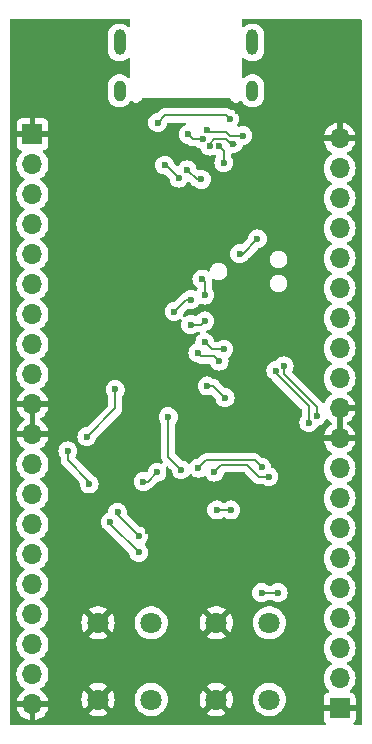
<source format=gbl>
G04 #@! TF.GenerationSoftware,KiCad,Pcbnew,8.0.8+1*
G04 #@! TF.CreationDate,2025-02-19T14:50:03+01:00*
G04 #@! TF.ProjectId,rp2040,72703230-3430-42e6-9b69-6361645f7063,rev?*
G04 #@! TF.SameCoordinates,Original*
G04 #@! TF.FileFunction,Copper,L2,Bot*
G04 #@! TF.FilePolarity,Positive*
%FSLAX46Y46*%
G04 Gerber Fmt 4.6, Leading zero omitted, Abs format (unit mm)*
G04 Created by KiCad (PCBNEW 8.0.8+1) date 2025-02-19 14:50:03*
%MOMM*%
%LPD*%
G01*
G04 APERTURE LIST*
G04 #@! TA.AperFunction,ComponentPad*
%ADD10C,1.800000*%
G04 #@! TD*
G04 #@! TA.AperFunction,ComponentPad*
%ADD11O,1.000000X1.800000*%
G04 #@! TD*
G04 #@! TA.AperFunction,ComponentPad*
%ADD12O,1.000000X2.200000*%
G04 #@! TD*
G04 #@! TA.AperFunction,ComponentPad*
%ADD13R,1.700000X1.700000*%
G04 #@! TD*
G04 #@! TA.AperFunction,ComponentPad*
%ADD14O,1.700000X1.700000*%
G04 #@! TD*
G04 #@! TA.AperFunction,ViaPad*
%ADD15C,0.600000*%
G04 #@! TD*
G04 #@! TA.AperFunction,Conductor*
%ADD16C,0.200000*%
G04 #@! TD*
G04 APERTURE END LIST*
D10*
X144750000Y-129250000D03*
X144750000Y-122750000D03*
X149250000Y-129250000D03*
X149250000Y-122750000D03*
D11*
X147820000Y-77715000D03*
D12*
X147820000Y-73615000D03*
D11*
X136580000Y-77715000D03*
D12*
X136580000Y-73615000D03*
D10*
X134750000Y-129250000D03*
X134750000Y-122750000D03*
X139250000Y-129250000D03*
X139250000Y-122750000D03*
D13*
X129200000Y-81390000D03*
D14*
X129200000Y-83930000D03*
X129200000Y-86470000D03*
X129200000Y-89010000D03*
X129200000Y-91550000D03*
X129200000Y-94090000D03*
X129200000Y-96630000D03*
X129200000Y-99170000D03*
X129200000Y-101710000D03*
X129200000Y-104250000D03*
X129200000Y-106790000D03*
X129200000Y-109330000D03*
X129200000Y-111870000D03*
X129200000Y-114410000D03*
X129200000Y-116950000D03*
X129200000Y-119490000D03*
X129200000Y-122030000D03*
X129200000Y-124570000D03*
X129200000Y-127110000D03*
X129200000Y-129650000D03*
D13*
X155200000Y-130000000D03*
D14*
X155200000Y-127460000D03*
X155200000Y-124920000D03*
X155200000Y-122380000D03*
X155200000Y-119840000D03*
X155200000Y-117300000D03*
X155200000Y-114760000D03*
X155200000Y-112220000D03*
X155200000Y-109680000D03*
X155200000Y-107140000D03*
X155200000Y-104600000D03*
X155200000Y-102060000D03*
X155200000Y-99520000D03*
X155200000Y-96980000D03*
X155200000Y-94440000D03*
X155200000Y-91900000D03*
X155200000Y-89360000D03*
X155200000Y-86820000D03*
X155200000Y-84280000D03*
X155200000Y-81740000D03*
D15*
X142000000Y-93100000D03*
X147500000Y-101750000D03*
X148600000Y-97000000D03*
X132500000Y-83500000D03*
X137500000Y-99500000D03*
X143400000Y-113400000D03*
X138250000Y-84000000D03*
X143750000Y-89500000D03*
X147850000Y-84800000D03*
X152000000Y-119000000D03*
X136750000Y-111000000D03*
X149000000Y-89000000D03*
X140000000Y-87000000D03*
X133000000Y-114000000D03*
X139000000Y-115000000D03*
X142750000Y-116250000D03*
X149750000Y-108750000D03*
X153000000Y-110000000D03*
X147500000Y-102500000D03*
X144000000Y-105600000D03*
X146600000Y-79400000D03*
X145400000Y-116250000D03*
X140000000Y-93100000D03*
X135750000Y-91250000D03*
X138500000Y-80000000D03*
X144000000Y-116200000D03*
X148750000Y-95250000D03*
X153000000Y-115000000D03*
X140800000Y-110000000D03*
X137500000Y-102500000D03*
X149600000Y-97000000D03*
X141200000Y-101200000D03*
X133500000Y-108250000D03*
X148000000Y-117000000D03*
X145100000Y-86800000D03*
X148750000Y-103500000D03*
X141200000Y-96400000D03*
X143800000Y-99000000D03*
X132200000Y-108200000D03*
X143550000Y-93650000D03*
X135800000Y-114200000D03*
X138200000Y-116800000D03*
X145400000Y-99600000D03*
X150000000Y-120200000D03*
X148600000Y-120200000D03*
X142600000Y-95400000D03*
X134000000Y-111000000D03*
X142600000Y-97500000D03*
X143800000Y-95000000D03*
X146000000Y-113200000D03*
X136200000Y-103000000D03*
X133800000Y-107000000D03*
X143800000Y-97200000D03*
X144800000Y-113200000D03*
X140700000Y-105300000D03*
X141800000Y-109800000D03*
X145000000Y-82400000D03*
X143250000Y-109650000D03*
X148600000Y-109600000D03*
X145400000Y-83800000D03*
X149800000Y-101400000D03*
X152600000Y-105800000D03*
X141600000Y-85100000D03*
X144600000Y-110000000D03*
X148250000Y-90250000D03*
X153250000Y-105250000D03*
X143500000Y-85200000D03*
X150500000Y-101000000D03*
X146750000Y-91500000D03*
X140400000Y-84000000D03*
X142300000Y-84400000D03*
X149200000Y-110400000D03*
X136400000Y-113400000D03*
X138590000Y-110800000D03*
X139750000Y-110000000D03*
X138200000Y-115400000D03*
X145900000Y-80100000D03*
X139800000Y-80400000D03*
X145500000Y-103700000D03*
X144200000Y-82400000D03*
X144000000Y-102700000D03*
X146200000Y-82200000D03*
X145000000Y-100600000D03*
X143200000Y-99900000D03*
X143595368Y-81824421D03*
X142400000Y-81400000D03*
X144000000Y-81000000D03*
X147000000Y-81500000D03*
D16*
X143800000Y-95000000D02*
X143800000Y-93900000D01*
X134000000Y-111000000D02*
X134000000Y-110800000D01*
X144400000Y-99600000D02*
X143800000Y-99000000D01*
X136200000Y-103000000D02*
X136200000Y-104600000D01*
X148600000Y-120200000D02*
X150000000Y-120200000D01*
X144800000Y-113200000D02*
X146000000Y-113200000D01*
X145400000Y-99600000D02*
X144400000Y-99600000D01*
X134000000Y-110800000D02*
X132200000Y-109000000D01*
X141200000Y-96400000D02*
X142200000Y-95400000D01*
X138200000Y-116800000D02*
X135800000Y-114400000D01*
X142600000Y-97500000D02*
X143500000Y-97500000D01*
X135800000Y-114400000D02*
X135800000Y-114200000D01*
X143500000Y-97500000D02*
X143800000Y-97200000D01*
X136200000Y-104600000D02*
X133800000Y-107000000D01*
X143800000Y-93900000D02*
X143550000Y-93650000D01*
X142200000Y-95400000D02*
X142600000Y-95400000D01*
X132200000Y-109000000D02*
X132200000Y-108200000D01*
X141800000Y-109800000D02*
X140700000Y-108700000D01*
X140700000Y-108700000D02*
X140700000Y-105300000D01*
X152600000Y-104400000D02*
X152600000Y-105800000D01*
X143250000Y-109650000D02*
X143900000Y-109000000D01*
X143900000Y-109000000D02*
X148000000Y-109000000D01*
X149800000Y-101600000D02*
X152600000Y-104400000D01*
X149800000Y-101400000D02*
X149800000Y-101600000D01*
X145400000Y-83800000D02*
X145400000Y-82800000D01*
X148000000Y-109000000D02*
X148600000Y-109600000D01*
X145400000Y-82800000D02*
X145000000Y-82400000D01*
X148250000Y-90250000D02*
X147000000Y-91500000D01*
X140500000Y-84000000D02*
X140400000Y-84000000D01*
X148400000Y-110400000D02*
X149200000Y-110400000D01*
X141600000Y-85100000D02*
X140500000Y-84000000D01*
X153250000Y-105250000D02*
X153250000Y-104450000D01*
X147000000Y-91500000D02*
X146750000Y-91500000D01*
X144600000Y-110000000D02*
X145200000Y-109400000D01*
X143100000Y-85200000D02*
X143500000Y-85200000D01*
X153250000Y-104450000D02*
X150500000Y-101700000D01*
X147400000Y-109400000D02*
X148400000Y-110400000D01*
X150500000Y-101700000D02*
X150500000Y-101000000D01*
X142300000Y-84400000D02*
X143100000Y-85200000D01*
X145200000Y-109400000D02*
X147400000Y-109400000D01*
X138200000Y-115400000D02*
X136400000Y-113600000D01*
X138590000Y-110800000D02*
X138950000Y-110800000D01*
X138950000Y-110800000D02*
X139750000Y-110000000D01*
X136400000Y-113600000D02*
X136400000Y-113400000D01*
X140400000Y-79800000D02*
X139800000Y-80400000D01*
X145900000Y-80100000D02*
X145600000Y-79800000D01*
X145600000Y-79800000D02*
X140400000Y-79800000D01*
X144000000Y-102700000D02*
X144500000Y-102700000D01*
X146200000Y-82200000D02*
X146400000Y-82200000D01*
X146000000Y-82200000D02*
X146200000Y-82200000D01*
X145600000Y-81800000D02*
X146000000Y-82200000D01*
X144200000Y-82400000D02*
X144200000Y-82200000D01*
X144500000Y-102700000D02*
X145500000Y-103700000D01*
X144200000Y-82200000D02*
X144600000Y-81800000D01*
X144600000Y-81800000D02*
X145600000Y-81800000D01*
X144600000Y-100200000D02*
X143500000Y-100200000D01*
X145000000Y-100600000D02*
X144600000Y-100200000D01*
X143500000Y-100200000D02*
X143200000Y-99900000D01*
X142824421Y-81824421D02*
X142400000Y-81400000D01*
X143595368Y-81824421D02*
X142824421Y-81824421D01*
X145600000Y-81200000D02*
X145900000Y-81500000D01*
X144200000Y-81200000D02*
X145600000Y-81200000D01*
X145900000Y-81500000D02*
X147000000Y-81500000D01*
X144000000Y-81000000D02*
X144200000Y-81200000D01*
G04 #@! TA.AperFunction,Conductor*
G36*
X129450000Y-106356988D02*
G01*
X129392993Y-106324075D01*
X129265826Y-106290000D01*
X129134174Y-106290000D01*
X129007007Y-106324075D01*
X128950000Y-106356988D01*
X128950000Y-104683012D01*
X129007007Y-104715925D01*
X129134174Y-104750000D01*
X129265826Y-104750000D01*
X129392993Y-104715925D01*
X129450000Y-104683012D01*
X129450000Y-106356988D01*
G37*
G04 #@! TD.AperFunction*
G04 #@! TA.AperFunction,Conductor*
G36*
X137422539Y-71635185D02*
G01*
X137468294Y-71687989D01*
X137479500Y-71739500D01*
X137479500Y-72200216D01*
X137459815Y-72267255D01*
X137407011Y-72313010D01*
X137337853Y-72322954D01*
X137274297Y-72293929D01*
X137267819Y-72287897D01*
X137217785Y-72237863D01*
X137217781Y-72237860D01*
X137053920Y-72128371D01*
X137053907Y-72128364D01*
X136871839Y-72052950D01*
X136871829Y-72052947D01*
X136678543Y-72014500D01*
X136678541Y-72014500D01*
X136481459Y-72014500D01*
X136481457Y-72014500D01*
X136288170Y-72052947D01*
X136288160Y-72052950D01*
X136106092Y-72128364D01*
X136106079Y-72128371D01*
X135942218Y-72237860D01*
X135942214Y-72237863D01*
X135802863Y-72377214D01*
X135802860Y-72377218D01*
X135693371Y-72541079D01*
X135693364Y-72541092D01*
X135617950Y-72723160D01*
X135617947Y-72723170D01*
X135579500Y-72916456D01*
X135579500Y-72916459D01*
X135579500Y-74313541D01*
X135579500Y-74313543D01*
X135579499Y-74313543D01*
X135617947Y-74506829D01*
X135617950Y-74506839D01*
X135693364Y-74688907D01*
X135693371Y-74688920D01*
X135802860Y-74852781D01*
X135802863Y-74852785D01*
X135942214Y-74992136D01*
X135942218Y-74992139D01*
X136106079Y-75101628D01*
X136106092Y-75101635D01*
X136288160Y-75177049D01*
X136288165Y-75177051D01*
X136288169Y-75177051D01*
X136288170Y-75177052D01*
X136481456Y-75215500D01*
X136481459Y-75215500D01*
X136678543Y-75215500D01*
X136808582Y-75189632D01*
X136871835Y-75177051D01*
X137053914Y-75101632D01*
X137217782Y-74992139D01*
X137217785Y-74992136D01*
X137267819Y-74942103D01*
X137329142Y-74908618D01*
X137398834Y-74913602D01*
X137454767Y-74955474D01*
X137479184Y-75020938D01*
X137479500Y-75029784D01*
X137479500Y-76500216D01*
X137459815Y-76567255D01*
X137407011Y-76613010D01*
X137337853Y-76622954D01*
X137274297Y-76593929D01*
X137267819Y-76587897D01*
X137217785Y-76537863D01*
X137217781Y-76537860D01*
X137053920Y-76428371D01*
X137053907Y-76428364D01*
X136871839Y-76352950D01*
X136871829Y-76352947D01*
X136678543Y-76314500D01*
X136678541Y-76314500D01*
X136481459Y-76314500D01*
X136481457Y-76314500D01*
X136288170Y-76352947D01*
X136288160Y-76352950D01*
X136106092Y-76428364D01*
X136106079Y-76428371D01*
X135942218Y-76537860D01*
X135942214Y-76537863D01*
X135802863Y-76677214D01*
X135802860Y-76677218D01*
X135693371Y-76841079D01*
X135693364Y-76841092D01*
X135617950Y-77023160D01*
X135617947Y-77023170D01*
X135579500Y-77216456D01*
X135579500Y-77216459D01*
X135579500Y-78213541D01*
X135579500Y-78213543D01*
X135579499Y-78213543D01*
X135617947Y-78406829D01*
X135617950Y-78406839D01*
X135693364Y-78588907D01*
X135693371Y-78588920D01*
X135802860Y-78752781D01*
X135802863Y-78752785D01*
X135942214Y-78892136D01*
X135942218Y-78892139D01*
X136106079Y-79001628D01*
X136106092Y-79001635D01*
X136288160Y-79077049D01*
X136288165Y-79077051D01*
X136288169Y-79077051D01*
X136288170Y-79077052D01*
X136481456Y-79115500D01*
X136481459Y-79115500D01*
X136678543Y-79115500D01*
X136808582Y-79089632D01*
X136871835Y-79077051D01*
X137053914Y-79001632D01*
X137217782Y-78892139D01*
X137357139Y-78752782D01*
X137454575Y-78606958D01*
X137508184Y-78562156D01*
X137577509Y-78553448D01*
X137640537Y-78583602D01*
X137645356Y-78588170D01*
X137672686Y-78615500D01*
X137786814Y-78681392D01*
X137914108Y-78715500D01*
X137914110Y-78715500D01*
X138045890Y-78715500D01*
X138045892Y-78715500D01*
X138173186Y-78681392D01*
X138287314Y-78615500D01*
X138380500Y-78522314D01*
X138446392Y-78408186D01*
X138446599Y-78407410D01*
X138446953Y-78406830D01*
X138449500Y-78400682D01*
X138450458Y-78401079D01*
X138482961Y-78347750D01*
X138545807Y-78317218D01*
X138566375Y-78315500D01*
X145833625Y-78315500D01*
X145900664Y-78335185D01*
X145946419Y-78387989D01*
X145953401Y-78407412D01*
X145953608Y-78408187D01*
X145969843Y-78436306D01*
X146019500Y-78522314D01*
X146112686Y-78615500D01*
X146226814Y-78681392D01*
X146354108Y-78715500D01*
X146354110Y-78715500D01*
X146485890Y-78715500D01*
X146485892Y-78715500D01*
X146613186Y-78681392D01*
X146727314Y-78615500D01*
X146754644Y-78588169D01*
X146815963Y-78554686D01*
X146885655Y-78559670D01*
X146941589Y-78601540D01*
X146945425Y-78606961D01*
X147042860Y-78752781D01*
X147042863Y-78752785D01*
X147182214Y-78892136D01*
X147182218Y-78892139D01*
X147346079Y-79001628D01*
X147346092Y-79001635D01*
X147528160Y-79077049D01*
X147528165Y-79077051D01*
X147528169Y-79077051D01*
X147528170Y-79077052D01*
X147721456Y-79115500D01*
X147721459Y-79115500D01*
X147918543Y-79115500D01*
X148048582Y-79089632D01*
X148111835Y-79077051D01*
X148293914Y-79001632D01*
X148457782Y-78892139D01*
X148597139Y-78752782D01*
X148706632Y-78588914D01*
X148782051Y-78406835D01*
X148820500Y-78213541D01*
X148820500Y-77216459D01*
X148820500Y-77216456D01*
X148782052Y-77023170D01*
X148782051Y-77023169D01*
X148782051Y-77023165D01*
X148719500Y-76872152D01*
X148706635Y-76841092D01*
X148706628Y-76841079D01*
X148597139Y-76677218D01*
X148597136Y-76677214D01*
X148457785Y-76537863D01*
X148457781Y-76537860D01*
X148293920Y-76428371D01*
X148293907Y-76428364D01*
X148111839Y-76352950D01*
X148111829Y-76352947D01*
X147918543Y-76314500D01*
X147918541Y-76314500D01*
X147721459Y-76314500D01*
X147721457Y-76314500D01*
X147528170Y-76352947D01*
X147528160Y-76352950D01*
X147346092Y-76428364D01*
X147346079Y-76428371D01*
X147182218Y-76537860D01*
X147182214Y-76537863D01*
X147132181Y-76587897D01*
X147070858Y-76621382D01*
X147001166Y-76616398D01*
X146945233Y-76574526D01*
X146920816Y-76509062D01*
X146920500Y-76500216D01*
X146920500Y-75029784D01*
X146940185Y-74962745D01*
X146992989Y-74916990D01*
X147062147Y-74907046D01*
X147125703Y-74936071D01*
X147132181Y-74942103D01*
X147182214Y-74992136D01*
X147182218Y-74992139D01*
X147346079Y-75101628D01*
X147346092Y-75101635D01*
X147528160Y-75177049D01*
X147528165Y-75177051D01*
X147528169Y-75177051D01*
X147528170Y-75177052D01*
X147721456Y-75215500D01*
X147721459Y-75215500D01*
X147918543Y-75215500D01*
X148048582Y-75189632D01*
X148111835Y-75177051D01*
X148293914Y-75101632D01*
X148457782Y-74992139D01*
X148597139Y-74852782D01*
X148706632Y-74688914D01*
X148782051Y-74506835D01*
X148820500Y-74313541D01*
X148820500Y-72916459D01*
X148820500Y-72916456D01*
X148782052Y-72723170D01*
X148782051Y-72723169D01*
X148782051Y-72723165D01*
X148719500Y-72572152D01*
X148706635Y-72541092D01*
X148706628Y-72541079D01*
X148597139Y-72377218D01*
X148597136Y-72377214D01*
X148457785Y-72237863D01*
X148457781Y-72237860D01*
X148293920Y-72128371D01*
X148293907Y-72128364D01*
X148111839Y-72052950D01*
X148111829Y-72052947D01*
X147918543Y-72014500D01*
X147918541Y-72014500D01*
X147721459Y-72014500D01*
X147721457Y-72014500D01*
X147528170Y-72052947D01*
X147528160Y-72052950D01*
X147346092Y-72128364D01*
X147346079Y-72128371D01*
X147182218Y-72237860D01*
X147182214Y-72237863D01*
X147132181Y-72287897D01*
X147070858Y-72321382D01*
X147001166Y-72316398D01*
X146945233Y-72274526D01*
X146920816Y-72209062D01*
X146920500Y-72200216D01*
X146920500Y-71739500D01*
X146940185Y-71672461D01*
X146992989Y-71626706D01*
X147044500Y-71615500D01*
X156975500Y-71615500D01*
X157042539Y-71635185D01*
X157088294Y-71687989D01*
X157099500Y-71739500D01*
X157099500Y-131290500D01*
X157079815Y-131357539D01*
X157027011Y-131403294D01*
X156975500Y-131414500D01*
X156499240Y-131414500D01*
X156432201Y-131394815D01*
X156386446Y-131342011D01*
X156376502Y-131272853D01*
X156402897Y-131215053D01*
X156401875Y-131214288D01*
X156405395Y-131209585D01*
X156405527Y-131209297D01*
X156405956Y-131208835D01*
X156493350Y-131092093D01*
X156493354Y-131092086D01*
X156543596Y-130957379D01*
X156543598Y-130957372D01*
X156549999Y-130897844D01*
X156550000Y-130897827D01*
X156550000Y-130250000D01*
X155633012Y-130250000D01*
X155665925Y-130192993D01*
X155700000Y-130065826D01*
X155700000Y-129934174D01*
X155665925Y-129807007D01*
X155633012Y-129750000D01*
X156550000Y-129750000D01*
X156550000Y-129102172D01*
X156549999Y-129102155D01*
X156543598Y-129042627D01*
X156543596Y-129042620D01*
X156493354Y-128907913D01*
X156493350Y-128907906D01*
X156407190Y-128792812D01*
X156407187Y-128792809D01*
X156292093Y-128706649D01*
X156292088Y-128706646D01*
X156160528Y-128657577D01*
X156104595Y-128615705D01*
X156080178Y-128550241D01*
X156095030Y-128481968D01*
X156116175Y-128453720D01*
X156238495Y-128331401D01*
X156374035Y-128137830D01*
X156473903Y-127923663D01*
X156535063Y-127695408D01*
X156555659Y-127460000D01*
X156535063Y-127224592D01*
X156473903Y-126996337D01*
X156374035Y-126782171D01*
X156278929Y-126646344D01*
X156238494Y-126588597D01*
X156071402Y-126421506D01*
X156071396Y-126421501D01*
X155885842Y-126291575D01*
X155842217Y-126236998D01*
X155835023Y-126167500D01*
X155866546Y-126105145D01*
X155885842Y-126088425D01*
X155910012Y-126071501D01*
X156071401Y-125958495D01*
X156238495Y-125791401D01*
X156374035Y-125597830D01*
X156473903Y-125383663D01*
X156535063Y-125155408D01*
X156555659Y-124920000D01*
X156535063Y-124684592D01*
X156473903Y-124456337D01*
X156374035Y-124242171D01*
X156309497Y-124150000D01*
X156238494Y-124048597D01*
X156071402Y-123881506D01*
X156071396Y-123881501D01*
X155885842Y-123751575D01*
X155842217Y-123696998D01*
X155835023Y-123627500D01*
X155866546Y-123565145D01*
X155885842Y-123548425D01*
X156070895Y-123418849D01*
X156071401Y-123418495D01*
X156238495Y-123251401D01*
X156374035Y-123057830D01*
X156473903Y-122843663D01*
X156535063Y-122615408D01*
X156555659Y-122380000D01*
X156535063Y-122144592D01*
X156473903Y-121916337D01*
X156374035Y-121702171D01*
X156300846Y-121597645D01*
X156238494Y-121508597D01*
X156071402Y-121341506D01*
X156071396Y-121341501D01*
X155885842Y-121211575D01*
X155842217Y-121156998D01*
X155835023Y-121087500D01*
X155866546Y-121025145D01*
X155885842Y-121008425D01*
X156003858Y-120925789D01*
X156071401Y-120878495D01*
X156238495Y-120711401D01*
X156374035Y-120517830D01*
X156473903Y-120303663D01*
X156535063Y-120075408D01*
X156555659Y-119840000D01*
X156535063Y-119604592D01*
X156473903Y-119376337D01*
X156374035Y-119162171D01*
X156278929Y-119026344D01*
X156238494Y-118968597D01*
X156071402Y-118801506D01*
X156071396Y-118801501D01*
X155885842Y-118671575D01*
X155842217Y-118616998D01*
X155835023Y-118547500D01*
X155866546Y-118485145D01*
X155885842Y-118468425D01*
X155910012Y-118451501D01*
X156071401Y-118338495D01*
X156238495Y-118171401D01*
X156374035Y-117977830D01*
X156473903Y-117763663D01*
X156535063Y-117535408D01*
X156555659Y-117300000D01*
X156535063Y-117064592D01*
X156473903Y-116836337D01*
X156374035Y-116622171D01*
X156278929Y-116486344D01*
X156238494Y-116428597D01*
X156071402Y-116261506D01*
X156071396Y-116261501D01*
X155885842Y-116131575D01*
X155842217Y-116076998D01*
X155835023Y-116007500D01*
X155866546Y-115945145D01*
X155885842Y-115928425D01*
X155910012Y-115911501D01*
X156071401Y-115798495D01*
X156238495Y-115631401D01*
X156374035Y-115437830D01*
X156473903Y-115223663D01*
X156535063Y-114995408D01*
X156555659Y-114760000D01*
X156535063Y-114524592D01*
X156473903Y-114296337D01*
X156374035Y-114082171D01*
X156331025Y-114020745D01*
X156238494Y-113888597D01*
X156071402Y-113721506D01*
X156071396Y-113721501D01*
X155885842Y-113591575D01*
X155842217Y-113536998D01*
X155835023Y-113467500D01*
X155866546Y-113405145D01*
X155885842Y-113388425D01*
X155944444Y-113347391D01*
X156071401Y-113258495D01*
X156238495Y-113091401D01*
X156374035Y-112897830D01*
X156473903Y-112683663D01*
X156535063Y-112455408D01*
X156555659Y-112220000D01*
X156535063Y-111984592D01*
X156473903Y-111756337D01*
X156374035Y-111542171D01*
X156362565Y-111525789D01*
X156238494Y-111348597D01*
X156071402Y-111181506D01*
X156071396Y-111181501D01*
X155885842Y-111051575D01*
X155842217Y-110996998D01*
X155835023Y-110927500D01*
X155866546Y-110865145D01*
X155885842Y-110848425D01*
X155954973Y-110800019D01*
X156071401Y-110718495D01*
X156238495Y-110551401D01*
X156374035Y-110357830D01*
X156473903Y-110143663D01*
X156535063Y-109915408D01*
X156555659Y-109680000D01*
X156555152Y-109674210D01*
X156542885Y-109534001D01*
X156535063Y-109444592D01*
X156488270Y-109269955D01*
X156473905Y-109216344D01*
X156473904Y-109216343D01*
X156473903Y-109216337D01*
X156374035Y-109002171D01*
X156356950Y-108977770D01*
X156238494Y-108808597D01*
X156071402Y-108641506D01*
X156071401Y-108641505D01*
X155885405Y-108511269D01*
X155841781Y-108456692D01*
X155834588Y-108387193D01*
X155866110Y-108324839D01*
X155885405Y-108308119D01*
X156071082Y-108178105D01*
X156238105Y-108011082D01*
X156373600Y-107817578D01*
X156473429Y-107603492D01*
X156473432Y-107603486D01*
X156530636Y-107390000D01*
X155633012Y-107390000D01*
X155665925Y-107332993D01*
X155700000Y-107205826D01*
X155700000Y-107074174D01*
X155665925Y-106947007D01*
X155633012Y-106890000D01*
X156530636Y-106890000D01*
X156530635Y-106889999D01*
X156473432Y-106676513D01*
X156473429Y-106676507D01*
X156373600Y-106462422D01*
X156373599Y-106462420D01*
X156238113Y-106268926D01*
X156238108Y-106268920D01*
X156071082Y-106101894D01*
X155884968Y-105971575D01*
X155841344Y-105916998D01*
X155834151Y-105847499D01*
X155865673Y-105785145D01*
X155884968Y-105768425D01*
X156071082Y-105638105D01*
X156238105Y-105471082D01*
X156373600Y-105277578D01*
X156473429Y-105063492D01*
X156473432Y-105063486D01*
X156530636Y-104850000D01*
X155633012Y-104850000D01*
X155665925Y-104792993D01*
X155700000Y-104665826D01*
X155700000Y-104534174D01*
X155665925Y-104407007D01*
X155633012Y-104350000D01*
X156530636Y-104350000D01*
X156530635Y-104349999D01*
X156473432Y-104136513D01*
X156473429Y-104136507D01*
X156373600Y-103922422D01*
X156373599Y-103922420D01*
X156238113Y-103728926D01*
X156238108Y-103728920D01*
X156071078Y-103561890D01*
X155885405Y-103431879D01*
X155841780Y-103377302D01*
X155834588Y-103307804D01*
X155866110Y-103245449D01*
X155885406Y-103228730D01*
X155909456Y-103211890D01*
X156071401Y-103098495D01*
X156238495Y-102931401D01*
X156374035Y-102737830D01*
X156473903Y-102523663D01*
X156535063Y-102295408D01*
X156555659Y-102060000D01*
X156535063Y-101824592D01*
X156473903Y-101596337D01*
X156374035Y-101382171D01*
X156351177Y-101349525D01*
X156238494Y-101188597D01*
X156071402Y-101021506D01*
X156071396Y-101021501D01*
X155885842Y-100891575D01*
X155842217Y-100836998D01*
X155835023Y-100767500D01*
X155866546Y-100705145D01*
X155885842Y-100688425D01*
X155975295Y-100625789D01*
X156071401Y-100558495D01*
X156238495Y-100391401D01*
X156374035Y-100197830D01*
X156473903Y-99983663D01*
X156535063Y-99755408D01*
X156555659Y-99520000D01*
X156535063Y-99284592D01*
X156473903Y-99056337D01*
X156374035Y-98842171D01*
X156359033Y-98820745D01*
X156238494Y-98648597D01*
X156071402Y-98481506D01*
X156071396Y-98481501D01*
X155885842Y-98351575D01*
X155842217Y-98296998D01*
X155835023Y-98227500D01*
X155866546Y-98165145D01*
X155885842Y-98148425D01*
X155938766Y-98111367D01*
X156071401Y-98018495D01*
X156238495Y-97851401D01*
X156374035Y-97657830D01*
X156473903Y-97443663D01*
X156535063Y-97215408D01*
X156555659Y-96980000D01*
X156535063Y-96744592D01*
X156473903Y-96516337D01*
X156374035Y-96302171D01*
X156317021Y-96220745D01*
X156238494Y-96108597D01*
X156071402Y-95941506D01*
X156071396Y-95941501D01*
X155885842Y-95811575D01*
X155842217Y-95756998D01*
X155835023Y-95687500D01*
X155866546Y-95625145D01*
X155885842Y-95608425D01*
X156037458Y-95502262D01*
X156071401Y-95478495D01*
X156238495Y-95311401D01*
X156374035Y-95117830D01*
X156473903Y-94903663D01*
X156535063Y-94675408D01*
X156555659Y-94440000D01*
X156535063Y-94204592D01*
X156473903Y-93976337D01*
X156374035Y-93762171D01*
X156345669Y-93721659D01*
X156238494Y-93568597D01*
X156071402Y-93401506D01*
X156071396Y-93401501D01*
X155885842Y-93271575D01*
X155842217Y-93216998D01*
X155835023Y-93147500D01*
X155866546Y-93085145D01*
X155885842Y-93068425D01*
X156008037Y-92982863D01*
X156071401Y-92938495D01*
X156238495Y-92771401D01*
X156374035Y-92577830D01*
X156473903Y-92363663D01*
X156535063Y-92135408D01*
X156555659Y-91900000D01*
X156535063Y-91664592D01*
X156473903Y-91436337D01*
X156374035Y-91222171D01*
X156323836Y-91150478D01*
X156238494Y-91028597D01*
X156071402Y-90861506D01*
X156071396Y-90861501D01*
X155885842Y-90731575D01*
X155842217Y-90676998D01*
X155835023Y-90607500D01*
X155866546Y-90545145D01*
X155885842Y-90528425D01*
X156027471Y-90429255D01*
X156071401Y-90398495D01*
X156238495Y-90231401D01*
X156374035Y-90037830D01*
X156473903Y-89823663D01*
X156535063Y-89595408D01*
X156555659Y-89360000D01*
X156535063Y-89124592D01*
X156473903Y-88896337D01*
X156374035Y-88682171D01*
X156278929Y-88546344D01*
X156238494Y-88488597D01*
X156071402Y-88321506D01*
X156071396Y-88321501D01*
X155885842Y-88191575D01*
X155842217Y-88136998D01*
X155835023Y-88067500D01*
X155866546Y-88005145D01*
X155885842Y-87988425D01*
X155910012Y-87971501D01*
X156071401Y-87858495D01*
X156238495Y-87691401D01*
X156374035Y-87497830D01*
X156473903Y-87283663D01*
X156535063Y-87055408D01*
X156555659Y-86820000D01*
X156535063Y-86584592D01*
X156473903Y-86356337D01*
X156374035Y-86142171D01*
X156278929Y-86006344D01*
X156238494Y-85948597D01*
X156071402Y-85781506D01*
X156071396Y-85781501D01*
X155885842Y-85651575D01*
X155842217Y-85596998D01*
X155835023Y-85527500D01*
X155866546Y-85465145D01*
X155885842Y-85448425D01*
X155930613Y-85417076D01*
X156071401Y-85318495D01*
X156238495Y-85151401D01*
X156374035Y-84957830D01*
X156473903Y-84743663D01*
X156535063Y-84515408D01*
X156555659Y-84280000D01*
X156535063Y-84044592D01*
X156479731Y-83838086D01*
X156473905Y-83816344D01*
X156473904Y-83816343D01*
X156473903Y-83816337D01*
X156374035Y-83602171D01*
X156368619Y-83594435D01*
X156238494Y-83408597D01*
X156071402Y-83241506D01*
X156071401Y-83241505D01*
X155885405Y-83111269D01*
X155841781Y-83056692D01*
X155834588Y-82987193D01*
X155866110Y-82924839D01*
X155885405Y-82908119D01*
X156071082Y-82778105D01*
X156238105Y-82611082D01*
X156373600Y-82417578D01*
X156473429Y-82203492D01*
X156473432Y-82203486D01*
X156530636Y-81990000D01*
X155633012Y-81990000D01*
X155665925Y-81932993D01*
X155700000Y-81805826D01*
X155700000Y-81674174D01*
X155665925Y-81547007D01*
X155633012Y-81490000D01*
X156530636Y-81490000D01*
X156530635Y-81489999D01*
X156473432Y-81276513D01*
X156473429Y-81276507D01*
X156373600Y-81062422D01*
X156373599Y-81062420D01*
X156238113Y-80868926D01*
X156238108Y-80868920D01*
X156071082Y-80701894D01*
X155877578Y-80566399D01*
X155663492Y-80466570D01*
X155663486Y-80466567D01*
X155450000Y-80409364D01*
X155450000Y-81306988D01*
X155392993Y-81274075D01*
X155265826Y-81240000D01*
X155134174Y-81240000D01*
X155007007Y-81274075D01*
X154950000Y-81306988D01*
X154950000Y-80409364D01*
X154949999Y-80409364D01*
X154736513Y-80466567D01*
X154736507Y-80466570D01*
X154522422Y-80566399D01*
X154522420Y-80566400D01*
X154328926Y-80701886D01*
X154328920Y-80701891D01*
X154161891Y-80868920D01*
X154161886Y-80868926D01*
X154026400Y-81062420D01*
X154026399Y-81062422D01*
X153926570Y-81276507D01*
X153926567Y-81276513D01*
X153869364Y-81489999D01*
X153869364Y-81490000D01*
X154766988Y-81490000D01*
X154734075Y-81547007D01*
X154700000Y-81674174D01*
X154700000Y-81805826D01*
X154734075Y-81932993D01*
X154766988Y-81990000D01*
X153869364Y-81990000D01*
X153926567Y-82203486D01*
X153926570Y-82203492D01*
X154026399Y-82417578D01*
X154161894Y-82611082D01*
X154328917Y-82778105D01*
X154514595Y-82908119D01*
X154558219Y-82962696D01*
X154565412Y-83032195D01*
X154533890Y-83094549D01*
X154514595Y-83111269D01*
X154328594Y-83241508D01*
X154161505Y-83408597D01*
X154025965Y-83602169D01*
X154025964Y-83602171D01*
X153926098Y-83816335D01*
X153926094Y-83816344D01*
X153864938Y-84044586D01*
X153864936Y-84044596D01*
X153844341Y-84279999D01*
X153844341Y-84280000D01*
X153864936Y-84515403D01*
X153864938Y-84515413D01*
X153926094Y-84743655D01*
X153926096Y-84743659D01*
X153926097Y-84743663D01*
X153975905Y-84850476D01*
X154025965Y-84957830D01*
X154025967Y-84957834D01*
X154070022Y-85020750D01*
X154159974Y-85149215D01*
X154161501Y-85151395D01*
X154161506Y-85151402D01*
X154328597Y-85318493D01*
X154328603Y-85318498D01*
X154514158Y-85448425D01*
X154557783Y-85503002D01*
X154564977Y-85572500D01*
X154533454Y-85634855D01*
X154514158Y-85651575D01*
X154328597Y-85781505D01*
X154161505Y-85948597D01*
X154025965Y-86142169D01*
X154025964Y-86142171D01*
X153926098Y-86356335D01*
X153926094Y-86356344D01*
X153864938Y-86584586D01*
X153864936Y-86584596D01*
X153844341Y-86819999D01*
X153844341Y-86820000D01*
X153864936Y-87055403D01*
X153864938Y-87055413D01*
X153926094Y-87283655D01*
X153926096Y-87283659D01*
X153926097Y-87283663D01*
X154025965Y-87497830D01*
X154025967Y-87497834D01*
X154161501Y-87691395D01*
X154161506Y-87691402D01*
X154328597Y-87858493D01*
X154328603Y-87858498D01*
X154514158Y-87988425D01*
X154557783Y-88043002D01*
X154564977Y-88112500D01*
X154533454Y-88174855D01*
X154514158Y-88191575D01*
X154328597Y-88321505D01*
X154161505Y-88488597D01*
X154025965Y-88682169D01*
X154025964Y-88682171D01*
X153926098Y-88896335D01*
X153926094Y-88896344D01*
X153864938Y-89124586D01*
X153864936Y-89124596D01*
X153844341Y-89359999D01*
X153844341Y-89360000D01*
X153864936Y-89595403D01*
X153864938Y-89595413D01*
X153926094Y-89823655D01*
X153926096Y-89823659D01*
X153926097Y-89823663D01*
X153961916Y-89900476D01*
X154025965Y-90037830D01*
X154025967Y-90037834D01*
X154161501Y-90231395D01*
X154161506Y-90231402D01*
X154328597Y-90398493D01*
X154328603Y-90398498D01*
X154514158Y-90528425D01*
X154557783Y-90583002D01*
X154564977Y-90652500D01*
X154533454Y-90714855D01*
X154514158Y-90731575D01*
X154328597Y-90861505D01*
X154161505Y-91028597D01*
X154025965Y-91222169D01*
X154025964Y-91222171D01*
X153926098Y-91436335D01*
X153926094Y-91436344D01*
X153864938Y-91664586D01*
X153864936Y-91664596D01*
X153844341Y-91899999D01*
X153844341Y-91900000D01*
X153864936Y-92135403D01*
X153864938Y-92135413D01*
X153926094Y-92363655D01*
X153926096Y-92363659D01*
X153926097Y-92363663D01*
X153972148Y-92462419D01*
X154025965Y-92577830D01*
X154025967Y-92577834D01*
X154161501Y-92771395D01*
X154161506Y-92771402D01*
X154328597Y-92938493D01*
X154328603Y-92938498D01*
X154514158Y-93068425D01*
X154557783Y-93123002D01*
X154564977Y-93192500D01*
X154533454Y-93254855D01*
X154514158Y-93271575D01*
X154328597Y-93401505D01*
X154161505Y-93568597D01*
X154025965Y-93762169D01*
X154025964Y-93762171D01*
X153926098Y-93976335D01*
X153926094Y-93976344D01*
X153864938Y-94204586D01*
X153864936Y-94204596D01*
X153844341Y-94439999D01*
X153844341Y-94440000D01*
X153864936Y-94675403D01*
X153864938Y-94675413D01*
X153926094Y-94903655D01*
X153926096Y-94903659D01*
X153926097Y-94903663D01*
X154025965Y-95117830D01*
X154025967Y-95117834D01*
X154161501Y-95311395D01*
X154161506Y-95311402D01*
X154328597Y-95478493D01*
X154328603Y-95478498D01*
X154514158Y-95608425D01*
X154557783Y-95663002D01*
X154564977Y-95732500D01*
X154533454Y-95794855D01*
X154514158Y-95811575D01*
X154328597Y-95941505D01*
X154161505Y-96108597D01*
X154025965Y-96302169D01*
X154025964Y-96302171D01*
X153926098Y-96516335D01*
X153926094Y-96516344D01*
X153864938Y-96744586D01*
X153864936Y-96744596D01*
X153844341Y-96979999D01*
X153844341Y-96980000D01*
X153864936Y-97215403D01*
X153864938Y-97215413D01*
X153926094Y-97443655D01*
X153926096Y-97443659D01*
X153926097Y-97443663D01*
X154025965Y-97657830D01*
X154025967Y-97657834D01*
X154124411Y-97798425D01*
X154160189Y-97849522D01*
X154161501Y-97851395D01*
X154161506Y-97851402D01*
X154328597Y-98018493D01*
X154328603Y-98018498D01*
X154514158Y-98148425D01*
X154557783Y-98203002D01*
X154564977Y-98272500D01*
X154533454Y-98334855D01*
X154514158Y-98351575D01*
X154328597Y-98481505D01*
X154161505Y-98648597D01*
X154025965Y-98842169D01*
X154025964Y-98842171D01*
X153926098Y-99056335D01*
X153926094Y-99056344D01*
X153864938Y-99284586D01*
X153864936Y-99284596D01*
X153844341Y-99519999D01*
X153844341Y-99520000D01*
X153864936Y-99755403D01*
X153864938Y-99755413D01*
X153926094Y-99983655D01*
X153926096Y-99983659D01*
X153926097Y-99983663D01*
X153981401Y-100102262D01*
X154025965Y-100197830D01*
X154025967Y-100197834D01*
X154161501Y-100391395D01*
X154161506Y-100391402D01*
X154328597Y-100558493D01*
X154328603Y-100558498D01*
X154514158Y-100688425D01*
X154557783Y-100743002D01*
X154564977Y-100812500D01*
X154533454Y-100874855D01*
X154514158Y-100891575D01*
X154328597Y-101021505D01*
X154161505Y-101188597D01*
X154025965Y-101382169D01*
X154025964Y-101382171D01*
X153926098Y-101596335D01*
X153926094Y-101596344D01*
X153864938Y-101824586D01*
X153864936Y-101824596D01*
X153844341Y-102059999D01*
X153844341Y-102060000D01*
X153864936Y-102295403D01*
X153864938Y-102295413D01*
X153926094Y-102523655D01*
X153926096Y-102523659D01*
X153926097Y-102523663D01*
X153985231Y-102650476D01*
X154025965Y-102737830D01*
X154025967Y-102737834D01*
X154084026Y-102820750D01*
X154161505Y-102931401D01*
X154328599Y-103098495D01*
X154476793Y-103202262D01*
X154514594Y-103228730D01*
X154558219Y-103283307D01*
X154565413Y-103352805D01*
X154533890Y-103415160D01*
X154514595Y-103431880D01*
X154328922Y-103561890D01*
X154328920Y-103561891D01*
X154161891Y-103728920D01*
X154161886Y-103728926D01*
X154026400Y-103922420D01*
X154026399Y-103922422D01*
X153953888Y-104077922D01*
X153907715Y-104130361D01*
X153840522Y-104149513D01*
X153773641Y-104129297D01*
X153734119Y-104087517D01*
X153730522Y-104081287D01*
X153730521Y-104081286D01*
X153730520Y-104081284D01*
X153618716Y-103969480D01*
X153618715Y-103969479D01*
X153614385Y-103965149D01*
X153614374Y-103965139D01*
X151208105Y-101558870D01*
X151174620Y-101497547D01*
X151179604Y-101427855D01*
X151190791Y-101405219D01*
X151225789Y-101349522D01*
X151285368Y-101179255D01*
X151299878Y-101050476D01*
X151305565Y-101000003D01*
X151305565Y-100999996D01*
X151285369Y-100820750D01*
X151285368Y-100820745D01*
X151263964Y-100759576D01*
X151225789Y-100650478D01*
X151203265Y-100614632D01*
X151158086Y-100542730D01*
X151129816Y-100497738D01*
X151002262Y-100370184D01*
X150951718Y-100338425D01*
X150849523Y-100274211D01*
X150679254Y-100214631D01*
X150679249Y-100214630D01*
X150500004Y-100194435D01*
X150499996Y-100194435D01*
X150320750Y-100214630D01*
X150320745Y-100214631D01*
X150150476Y-100274211D01*
X149997737Y-100370184D01*
X149870180Y-100497741D01*
X149841912Y-100542730D01*
X149789577Y-100589021D01*
X149750803Y-100599977D01*
X149620749Y-100614630D01*
X149620745Y-100614631D01*
X149450476Y-100674211D01*
X149297737Y-100770184D01*
X149170184Y-100897737D01*
X149074211Y-101050476D01*
X149014631Y-101220745D01*
X149014630Y-101220750D01*
X148994435Y-101399996D01*
X148994435Y-101400003D01*
X149014630Y-101579249D01*
X149014631Y-101579254D01*
X149074211Y-101749523D01*
X149121383Y-101824596D01*
X149170184Y-101902262D01*
X149297738Y-102029816D01*
X149450478Y-102125789D01*
X149463871Y-102130475D01*
X149510602Y-102159837D01*
X151963181Y-104612416D01*
X151996666Y-104673739D01*
X151999500Y-104700097D01*
X151999500Y-105217587D01*
X151979815Y-105284626D01*
X151972450Y-105294896D01*
X151970186Y-105297734D01*
X151874211Y-105450476D01*
X151814631Y-105620745D01*
X151814630Y-105620750D01*
X151794435Y-105799996D01*
X151794435Y-105800003D01*
X151814630Y-105979249D01*
X151814631Y-105979254D01*
X151874211Y-106149523D01*
X151952558Y-106274210D01*
X151970184Y-106302262D01*
X152097738Y-106429816D01*
X152149627Y-106462420D01*
X152205833Y-106497737D01*
X152250478Y-106525789D01*
X152291091Y-106540000D01*
X152420745Y-106585368D01*
X152420750Y-106585369D01*
X152599996Y-106605565D01*
X152600000Y-106605565D01*
X152600004Y-106605565D01*
X152779249Y-106585369D01*
X152779252Y-106585368D01*
X152779255Y-106585368D01*
X152949522Y-106525789D01*
X153102262Y-106429816D01*
X153229816Y-106302262D01*
X153325789Y-106149522D01*
X153337584Y-106115812D01*
X153378305Y-106059036D01*
X153422765Y-106037905D01*
X153422682Y-106037668D01*
X153424889Y-106036895D01*
X153427039Y-106035874D01*
X153429249Y-106035368D01*
X153429255Y-106035368D01*
X153599522Y-105975789D01*
X153752262Y-105879816D01*
X153879816Y-105752262D01*
X153975789Y-105599522D01*
X153992144Y-105552781D01*
X154032866Y-105496006D01*
X154097818Y-105470258D01*
X154166380Y-105483714D01*
X154196867Y-105506055D01*
X154328917Y-105638105D01*
X154515031Y-105768425D01*
X154558656Y-105823003D01*
X154565848Y-105892501D01*
X154534326Y-105954856D01*
X154515031Y-105971575D01*
X154328922Y-106101890D01*
X154328920Y-106101891D01*
X154161891Y-106268920D01*
X154161886Y-106268926D01*
X154026400Y-106462420D01*
X154026399Y-106462422D01*
X153926570Y-106676507D01*
X153926567Y-106676513D01*
X153869364Y-106889999D01*
X153869364Y-106890000D01*
X154766988Y-106890000D01*
X154734075Y-106947007D01*
X154700000Y-107074174D01*
X154700000Y-107205826D01*
X154734075Y-107332993D01*
X154766988Y-107390000D01*
X153869364Y-107390000D01*
X153926567Y-107603486D01*
X153926570Y-107603492D01*
X154026399Y-107817578D01*
X154161894Y-108011082D01*
X154328917Y-108178105D01*
X154514595Y-108308119D01*
X154558219Y-108362696D01*
X154565412Y-108432195D01*
X154533890Y-108494549D01*
X154514595Y-108511269D01*
X154328594Y-108641508D01*
X154161505Y-108808597D01*
X154025965Y-109002169D01*
X154025964Y-109002171D01*
X153926098Y-109216335D01*
X153926094Y-109216344D01*
X153864938Y-109444586D01*
X153864936Y-109444596D01*
X153844341Y-109679999D01*
X153844341Y-109680000D01*
X153864936Y-109915403D01*
X153864938Y-109915413D01*
X153926094Y-110143655D01*
X153926096Y-110143659D01*
X153926097Y-110143663D01*
X153997943Y-110297737D01*
X154025965Y-110357830D01*
X154025967Y-110357834D01*
X154161501Y-110551395D01*
X154161506Y-110551402D01*
X154328597Y-110718493D01*
X154328603Y-110718498D01*
X154514158Y-110848425D01*
X154557783Y-110903002D01*
X154564977Y-110972500D01*
X154533454Y-111034855D01*
X154514158Y-111051575D01*
X154328597Y-111181505D01*
X154161505Y-111348597D01*
X154025965Y-111542169D01*
X154025964Y-111542171D01*
X153926098Y-111756335D01*
X153926094Y-111756344D01*
X153864938Y-111984586D01*
X153864936Y-111984596D01*
X153844341Y-112219999D01*
X153844341Y-112220000D01*
X153864936Y-112455403D01*
X153864938Y-112455413D01*
X153926094Y-112683655D01*
X153926096Y-112683659D01*
X153926097Y-112683663D01*
X154003884Y-112850478D01*
X154025965Y-112897830D01*
X154025967Y-112897834D01*
X154161501Y-113091395D01*
X154161506Y-113091402D01*
X154328597Y-113258493D01*
X154328603Y-113258498D01*
X154514158Y-113388425D01*
X154557783Y-113443002D01*
X154564977Y-113512500D01*
X154533454Y-113574855D01*
X154514158Y-113591575D01*
X154328597Y-113721505D01*
X154161505Y-113888597D01*
X154025965Y-114082169D01*
X154025964Y-114082171D01*
X153926098Y-114296335D01*
X153926094Y-114296344D01*
X153864938Y-114524586D01*
X153864936Y-114524596D01*
X153844341Y-114759999D01*
X153844341Y-114760000D01*
X153864936Y-114995403D01*
X153864938Y-114995413D01*
X153926094Y-115223655D01*
X153926096Y-115223659D01*
X153926097Y-115223663D01*
X154008323Y-115399996D01*
X154025965Y-115437830D01*
X154025967Y-115437834D01*
X154161501Y-115631395D01*
X154161506Y-115631402D01*
X154328597Y-115798493D01*
X154328603Y-115798498D01*
X154514158Y-115928425D01*
X154557783Y-115983002D01*
X154564977Y-116052500D01*
X154533454Y-116114855D01*
X154514158Y-116131575D01*
X154328597Y-116261505D01*
X154161505Y-116428597D01*
X154025965Y-116622169D01*
X154025964Y-116622171D01*
X153926098Y-116836335D01*
X153926094Y-116836344D01*
X153864938Y-117064586D01*
X153864936Y-117064596D01*
X153844341Y-117299999D01*
X153844341Y-117300000D01*
X153864936Y-117535403D01*
X153864938Y-117535413D01*
X153926094Y-117763655D01*
X153926096Y-117763659D01*
X153926097Y-117763663D01*
X154025965Y-117977830D01*
X154025967Y-117977834D01*
X154161501Y-118171395D01*
X154161506Y-118171402D01*
X154328597Y-118338493D01*
X154328603Y-118338498D01*
X154514158Y-118468425D01*
X154557783Y-118523002D01*
X154564977Y-118592500D01*
X154533454Y-118654855D01*
X154514158Y-118671575D01*
X154328597Y-118801505D01*
X154161505Y-118968597D01*
X154025965Y-119162169D01*
X154025964Y-119162171D01*
X153926098Y-119376335D01*
X153926094Y-119376344D01*
X153864938Y-119604586D01*
X153864936Y-119604596D01*
X153844341Y-119839999D01*
X153844341Y-119840000D01*
X153864936Y-120075403D01*
X153864938Y-120075413D01*
X153926094Y-120303655D01*
X153926096Y-120303659D01*
X153926097Y-120303663D01*
X154025965Y-120517830D01*
X154025967Y-120517834D01*
X154161501Y-120711395D01*
X154161506Y-120711402D01*
X154328597Y-120878493D01*
X154328603Y-120878498D01*
X154514158Y-121008425D01*
X154557783Y-121063002D01*
X154564977Y-121132500D01*
X154533454Y-121194855D01*
X154514158Y-121211575D01*
X154328597Y-121341505D01*
X154161505Y-121508597D01*
X154025965Y-121702169D01*
X154025964Y-121702171D01*
X153926098Y-121916335D01*
X153926094Y-121916344D01*
X153864938Y-122144586D01*
X153864936Y-122144596D01*
X153844341Y-122379999D01*
X153844341Y-122380000D01*
X153864936Y-122615403D01*
X153864938Y-122615413D01*
X153926094Y-122843655D01*
X153926096Y-122843659D01*
X153926097Y-122843663D01*
X153990240Y-122981218D01*
X154025965Y-123057830D01*
X154025967Y-123057834D01*
X154161501Y-123251395D01*
X154161506Y-123251402D01*
X154328597Y-123418493D01*
X154328603Y-123418498D01*
X154514158Y-123548425D01*
X154557783Y-123603002D01*
X154564977Y-123672500D01*
X154533454Y-123734855D01*
X154514158Y-123751575D01*
X154328597Y-123881505D01*
X154161505Y-124048597D01*
X154025965Y-124242169D01*
X154025964Y-124242171D01*
X153926098Y-124456335D01*
X153926094Y-124456344D01*
X153864938Y-124684586D01*
X153864936Y-124684596D01*
X153844341Y-124919999D01*
X153844341Y-124920000D01*
X153864936Y-125155403D01*
X153864938Y-125155413D01*
X153926094Y-125383655D01*
X153926096Y-125383659D01*
X153926097Y-125383663D01*
X154025965Y-125597830D01*
X154025967Y-125597834D01*
X154161501Y-125791395D01*
X154161506Y-125791402D01*
X154328597Y-125958493D01*
X154328603Y-125958498D01*
X154514158Y-126088425D01*
X154557783Y-126143002D01*
X154564977Y-126212500D01*
X154533454Y-126274855D01*
X154514158Y-126291575D01*
X154328597Y-126421505D01*
X154161505Y-126588597D01*
X154025965Y-126782169D01*
X154025964Y-126782171D01*
X153926098Y-126996335D01*
X153926094Y-126996344D01*
X153864938Y-127224586D01*
X153864936Y-127224596D01*
X153844341Y-127459999D01*
X153844341Y-127460000D01*
X153864936Y-127695403D01*
X153864938Y-127695413D01*
X153926094Y-127923655D01*
X153926096Y-127923659D01*
X153926097Y-127923663D01*
X153995981Y-128073530D01*
X154025965Y-128137830D01*
X154025967Y-128137834D01*
X154080757Y-128216081D01*
X154161501Y-128331396D01*
X154161506Y-128331402D01*
X154283818Y-128453714D01*
X154317303Y-128515037D01*
X154312319Y-128584729D01*
X154270447Y-128640662D01*
X154239471Y-128657577D01*
X154107912Y-128706646D01*
X154107906Y-128706649D01*
X153992812Y-128792809D01*
X153992809Y-128792812D01*
X153906649Y-128907906D01*
X153906645Y-128907913D01*
X153856403Y-129042620D01*
X153856401Y-129042627D01*
X153850000Y-129102155D01*
X153850000Y-129750000D01*
X154766988Y-129750000D01*
X154734075Y-129807007D01*
X154700000Y-129934174D01*
X154700000Y-130065826D01*
X154734075Y-130192993D01*
X154766988Y-130250000D01*
X153850000Y-130250000D01*
X153850000Y-130897844D01*
X153856401Y-130957372D01*
X153856403Y-130957379D01*
X153906645Y-131092086D01*
X153906649Y-131092093D01*
X153998125Y-131214288D01*
X153995696Y-131216106D01*
X154021926Y-131264142D01*
X154016942Y-131333834D01*
X153975070Y-131389767D01*
X153909606Y-131414184D01*
X153900760Y-131414500D01*
X127424500Y-131414500D01*
X127357461Y-131394815D01*
X127311706Y-131342011D01*
X127300500Y-131290500D01*
X127300500Y-83929999D01*
X127844341Y-83929999D01*
X127844341Y-83930000D01*
X127864936Y-84165403D01*
X127864938Y-84165413D01*
X127926094Y-84393655D01*
X127926096Y-84393659D01*
X127926097Y-84393663D01*
X127982868Y-84515408D01*
X128025965Y-84607830D01*
X128025967Y-84607834D01*
X128161501Y-84801395D01*
X128161506Y-84801402D01*
X128328597Y-84968493D01*
X128328603Y-84968498D01*
X128514158Y-85098425D01*
X128557783Y-85153002D01*
X128564977Y-85222500D01*
X128533454Y-85284855D01*
X128514158Y-85301575D01*
X128328597Y-85431505D01*
X128161505Y-85598597D01*
X128025965Y-85792169D01*
X128025964Y-85792171D01*
X127926098Y-86006335D01*
X127926094Y-86006344D01*
X127864938Y-86234586D01*
X127864936Y-86234596D01*
X127844341Y-86469999D01*
X127844341Y-86470000D01*
X127864936Y-86705403D01*
X127864938Y-86705413D01*
X127926094Y-86933655D01*
X127926096Y-86933659D01*
X127926097Y-86933663D01*
X127982868Y-87055408D01*
X128025965Y-87147830D01*
X128025967Y-87147834D01*
X128161501Y-87341395D01*
X128161506Y-87341402D01*
X128328597Y-87508493D01*
X128328603Y-87508498D01*
X128514158Y-87638425D01*
X128557783Y-87693002D01*
X128564977Y-87762500D01*
X128533454Y-87824855D01*
X128514158Y-87841575D01*
X128328597Y-87971505D01*
X128161505Y-88138597D01*
X128025965Y-88332169D01*
X128025964Y-88332171D01*
X127926098Y-88546335D01*
X127926094Y-88546344D01*
X127864938Y-88774586D01*
X127864936Y-88774596D01*
X127844341Y-89009999D01*
X127844341Y-89010000D01*
X127864936Y-89245403D01*
X127864938Y-89245413D01*
X127926094Y-89473655D01*
X127926096Y-89473659D01*
X127926097Y-89473663D01*
X127982868Y-89595408D01*
X128025965Y-89687830D01*
X128025967Y-89687834D01*
X128161501Y-89881395D01*
X128161506Y-89881402D01*
X128328597Y-90048493D01*
X128328603Y-90048498D01*
X128514158Y-90178425D01*
X128557783Y-90233002D01*
X128564977Y-90302500D01*
X128533454Y-90364855D01*
X128514158Y-90381575D01*
X128328597Y-90511505D01*
X128161505Y-90678597D01*
X128025965Y-90872169D01*
X128025964Y-90872171D01*
X127926098Y-91086335D01*
X127926094Y-91086344D01*
X127864938Y-91314586D01*
X127864936Y-91314596D01*
X127844341Y-91549999D01*
X127844341Y-91550000D01*
X127864936Y-91785403D01*
X127864938Y-91785413D01*
X127926094Y-92013655D01*
X127926096Y-92013659D01*
X127926097Y-92013663D01*
X127982868Y-92135408D01*
X128025965Y-92227830D01*
X128025967Y-92227834D01*
X128161501Y-92421395D01*
X128161506Y-92421402D01*
X128328597Y-92588493D01*
X128328603Y-92588498D01*
X128514158Y-92718425D01*
X128557783Y-92773002D01*
X128564977Y-92842500D01*
X128533454Y-92904855D01*
X128514158Y-92921575D01*
X128328597Y-93051505D01*
X128161505Y-93218597D01*
X128025965Y-93412169D01*
X128025964Y-93412171D01*
X127926098Y-93626335D01*
X127926094Y-93626344D01*
X127864938Y-93854586D01*
X127864936Y-93854596D01*
X127844341Y-94089999D01*
X127844341Y-94090000D01*
X127864936Y-94325403D01*
X127864938Y-94325413D01*
X127926094Y-94553655D01*
X127926096Y-94553659D01*
X127926097Y-94553663D01*
X127985513Y-94681080D01*
X128025965Y-94767830D01*
X128025967Y-94767834D01*
X128161501Y-94961395D01*
X128161506Y-94961402D01*
X128328597Y-95128493D01*
X128328603Y-95128498D01*
X128514158Y-95258425D01*
X128557783Y-95313002D01*
X128564977Y-95382500D01*
X128533454Y-95444855D01*
X128514158Y-95461575D01*
X128328597Y-95591505D01*
X128161505Y-95758597D01*
X128025965Y-95952169D01*
X128025964Y-95952171D01*
X127926098Y-96166335D01*
X127926094Y-96166344D01*
X127864938Y-96394586D01*
X127864936Y-96394596D01*
X127844341Y-96629999D01*
X127844341Y-96630000D01*
X127864936Y-96865403D01*
X127864938Y-96865413D01*
X127926094Y-97093655D01*
X127926096Y-97093659D01*
X127926097Y-97093663D01*
X127982868Y-97215408D01*
X128025965Y-97307830D01*
X128025967Y-97307834D01*
X128161501Y-97501395D01*
X128161506Y-97501402D01*
X128328597Y-97668493D01*
X128328603Y-97668498D01*
X128514158Y-97798425D01*
X128557783Y-97853002D01*
X128564977Y-97922500D01*
X128533454Y-97984855D01*
X128514158Y-98001575D01*
X128328597Y-98131505D01*
X128161505Y-98298597D01*
X128025965Y-98492169D01*
X128025964Y-98492171D01*
X127926098Y-98706335D01*
X127926094Y-98706344D01*
X127864938Y-98934586D01*
X127864936Y-98934596D01*
X127844341Y-99169999D01*
X127844341Y-99170000D01*
X127864936Y-99405403D01*
X127864938Y-99405413D01*
X127926094Y-99633655D01*
X127926096Y-99633659D01*
X127926097Y-99633663D01*
X127993988Y-99779255D01*
X128025965Y-99847830D01*
X128025967Y-99847834D01*
X128161501Y-100041395D01*
X128161506Y-100041402D01*
X128328597Y-100208493D01*
X128328603Y-100208498D01*
X128514158Y-100338425D01*
X128557783Y-100393002D01*
X128564977Y-100462500D01*
X128533454Y-100524855D01*
X128514158Y-100541575D01*
X128328597Y-100671505D01*
X128161505Y-100838597D01*
X128025965Y-101032169D01*
X128025964Y-101032171D01*
X127926098Y-101246335D01*
X127926094Y-101246344D01*
X127864938Y-101474586D01*
X127864936Y-101474596D01*
X127844341Y-101709999D01*
X127844341Y-101710000D01*
X127864936Y-101945403D01*
X127864938Y-101945413D01*
X127926094Y-102173655D01*
X127926096Y-102173659D01*
X127926097Y-102173663D01*
X128017737Y-102370184D01*
X128025965Y-102387830D01*
X128025967Y-102387834D01*
X128102923Y-102497737D01*
X128161505Y-102581401D01*
X128328599Y-102748495D01*
X128501123Y-102869298D01*
X128514594Y-102878730D01*
X128558219Y-102933307D01*
X128565413Y-103002805D01*
X128533890Y-103065160D01*
X128514595Y-103081880D01*
X128328922Y-103211890D01*
X128328920Y-103211891D01*
X128161891Y-103378920D01*
X128161886Y-103378926D01*
X128026400Y-103572420D01*
X128026399Y-103572422D01*
X127926570Y-103786507D01*
X127926567Y-103786513D01*
X127869364Y-103999999D01*
X127869364Y-104000000D01*
X128766988Y-104000000D01*
X128734075Y-104057007D01*
X128700000Y-104184174D01*
X128700000Y-104315826D01*
X128734075Y-104442993D01*
X128766988Y-104500000D01*
X127869364Y-104500000D01*
X127926567Y-104713486D01*
X127926570Y-104713492D01*
X128026399Y-104927578D01*
X128161894Y-105121082D01*
X128328917Y-105288105D01*
X128515031Y-105418425D01*
X128558656Y-105473003D01*
X128565848Y-105542501D01*
X128534326Y-105604856D01*
X128515031Y-105621575D01*
X128328922Y-105751890D01*
X128328920Y-105751891D01*
X128161891Y-105918920D01*
X128161886Y-105918926D01*
X128026400Y-106112420D01*
X128026399Y-106112422D01*
X127926570Y-106326507D01*
X127926567Y-106326513D01*
X127869364Y-106539999D01*
X127869364Y-106540000D01*
X128766988Y-106540000D01*
X128734075Y-106597007D01*
X128700000Y-106724174D01*
X128700000Y-106855826D01*
X128734075Y-106982993D01*
X128766988Y-107040000D01*
X127869364Y-107040000D01*
X127926567Y-107253486D01*
X127926570Y-107253492D01*
X128026399Y-107467578D01*
X128161894Y-107661082D01*
X128328917Y-107828105D01*
X128514595Y-107958119D01*
X128558219Y-108012696D01*
X128565412Y-108082195D01*
X128533890Y-108144549D01*
X128514595Y-108161269D01*
X128328594Y-108291508D01*
X128161505Y-108458597D01*
X128025965Y-108652169D01*
X128025964Y-108652171D01*
X127926098Y-108866335D01*
X127926094Y-108866344D01*
X127864938Y-109094586D01*
X127864936Y-109094596D01*
X127844341Y-109329999D01*
X127844341Y-109330000D01*
X127864936Y-109565403D01*
X127864938Y-109565413D01*
X127926094Y-109793655D01*
X127926096Y-109793659D01*
X127926097Y-109793663D01*
X127982868Y-109915408D01*
X128025965Y-110007830D01*
X128025967Y-110007834D01*
X128121071Y-110143655D01*
X128145997Y-110179254D01*
X128161501Y-110201395D01*
X128161506Y-110201402D01*
X128328597Y-110368493D01*
X128328603Y-110368498D01*
X128514158Y-110498425D01*
X128557783Y-110553002D01*
X128564977Y-110622500D01*
X128533454Y-110684855D01*
X128514158Y-110701575D01*
X128328597Y-110831505D01*
X128161505Y-110998597D01*
X128025965Y-111192169D01*
X128025964Y-111192171D01*
X127926098Y-111406335D01*
X127926094Y-111406344D01*
X127864938Y-111634586D01*
X127864936Y-111634596D01*
X127844341Y-111869999D01*
X127844341Y-111870000D01*
X127864936Y-112105403D01*
X127864938Y-112105413D01*
X127926094Y-112333655D01*
X127926096Y-112333659D01*
X127926097Y-112333663D01*
X127982868Y-112455408D01*
X128025965Y-112547830D01*
X128025967Y-112547834D01*
X128161501Y-112741395D01*
X128161506Y-112741402D01*
X128328597Y-112908493D01*
X128328603Y-112908498D01*
X128514158Y-113038425D01*
X128557783Y-113093002D01*
X128564977Y-113162500D01*
X128533454Y-113224855D01*
X128514158Y-113241575D01*
X128328597Y-113371505D01*
X128161505Y-113538597D01*
X128025965Y-113732169D01*
X128025964Y-113732171D01*
X127926098Y-113946335D01*
X127926094Y-113946344D01*
X127864938Y-114174586D01*
X127864936Y-114174596D01*
X127844341Y-114409999D01*
X127844341Y-114410000D01*
X127864936Y-114645403D01*
X127864938Y-114645413D01*
X127926094Y-114873655D01*
X127926096Y-114873659D01*
X127926097Y-114873663D01*
X128025965Y-115087830D01*
X128025967Y-115087834D01*
X128161501Y-115281395D01*
X128161506Y-115281402D01*
X128328597Y-115448493D01*
X128328603Y-115448498D01*
X128514158Y-115578425D01*
X128557783Y-115633002D01*
X128564977Y-115702500D01*
X128533454Y-115764855D01*
X128514158Y-115781575D01*
X128328597Y-115911505D01*
X128161505Y-116078597D01*
X128025965Y-116272169D01*
X128025964Y-116272171D01*
X127926098Y-116486335D01*
X127926094Y-116486344D01*
X127864938Y-116714586D01*
X127864936Y-116714596D01*
X127844341Y-116949999D01*
X127844341Y-116950000D01*
X127864936Y-117185403D01*
X127864938Y-117185413D01*
X127926094Y-117413655D01*
X127926096Y-117413659D01*
X127926097Y-117413663D01*
X127982868Y-117535408D01*
X128025965Y-117627830D01*
X128025967Y-117627834D01*
X128161501Y-117821395D01*
X128161506Y-117821402D01*
X128328597Y-117988493D01*
X128328603Y-117988498D01*
X128514158Y-118118425D01*
X128557783Y-118173002D01*
X128564977Y-118242500D01*
X128533454Y-118304855D01*
X128514158Y-118321575D01*
X128328597Y-118451505D01*
X128161505Y-118618597D01*
X128025965Y-118812169D01*
X128025964Y-118812171D01*
X127926098Y-119026335D01*
X127926094Y-119026344D01*
X127864938Y-119254586D01*
X127864936Y-119254596D01*
X127844341Y-119489999D01*
X127844341Y-119490000D01*
X127864936Y-119725403D01*
X127864938Y-119725413D01*
X127926094Y-119953655D01*
X127926096Y-119953659D01*
X127926097Y-119953663D01*
X127982868Y-120075408D01*
X128025965Y-120167830D01*
X128025967Y-120167834D01*
X128161501Y-120361395D01*
X128161506Y-120361402D01*
X128328597Y-120528493D01*
X128328603Y-120528498D01*
X128514158Y-120658425D01*
X128557783Y-120713002D01*
X128564977Y-120782500D01*
X128533454Y-120844855D01*
X128514158Y-120861575D01*
X128328597Y-120991505D01*
X128161505Y-121158597D01*
X128025965Y-121352169D01*
X128025964Y-121352171D01*
X127926098Y-121566335D01*
X127926094Y-121566344D01*
X127864938Y-121794586D01*
X127864936Y-121794596D01*
X127844341Y-122029999D01*
X127844341Y-122030000D01*
X127864936Y-122265403D01*
X127864938Y-122265413D01*
X127926094Y-122493655D01*
X127926096Y-122493659D01*
X127926097Y-122493663D01*
X127982868Y-122615408D01*
X128025965Y-122707830D01*
X128025967Y-122707834D01*
X128161501Y-122901395D01*
X128161506Y-122901402D01*
X128328597Y-123068493D01*
X128328603Y-123068498D01*
X128514158Y-123198425D01*
X128557783Y-123253002D01*
X128564977Y-123322500D01*
X128533454Y-123384855D01*
X128514158Y-123401575D01*
X128328597Y-123531505D01*
X128161505Y-123698597D01*
X128025965Y-123892169D01*
X128025964Y-123892171D01*
X127926098Y-124106335D01*
X127926094Y-124106344D01*
X127864938Y-124334586D01*
X127864936Y-124334596D01*
X127844341Y-124569999D01*
X127844341Y-124570000D01*
X127864936Y-124805403D01*
X127864938Y-124805413D01*
X127926094Y-125033655D01*
X127926096Y-125033659D01*
X127926097Y-125033663D01*
X127982868Y-125155408D01*
X128025965Y-125247830D01*
X128025967Y-125247834D01*
X128161501Y-125441395D01*
X128161506Y-125441402D01*
X128328597Y-125608493D01*
X128328603Y-125608498D01*
X128514158Y-125738425D01*
X128557783Y-125793002D01*
X128564977Y-125862500D01*
X128533454Y-125924855D01*
X128514158Y-125941575D01*
X128328597Y-126071505D01*
X128161505Y-126238597D01*
X128025965Y-126432169D01*
X128025964Y-126432171D01*
X127926098Y-126646335D01*
X127926094Y-126646344D01*
X127864938Y-126874586D01*
X127864936Y-126874596D01*
X127844341Y-127109999D01*
X127844341Y-127110000D01*
X127864936Y-127345403D01*
X127864938Y-127345413D01*
X127926094Y-127573655D01*
X127926096Y-127573659D01*
X127926097Y-127573663D01*
X127982868Y-127695408D01*
X128025965Y-127787830D01*
X128025967Y-127787834D01*
X128161501Y-127981395D01*
X128161506Y-127981402D01*
X128328597Y-128148493D01*
X128328603Y-128148498D01*
X128514594Y-128278730D01*
X128558219Y-128333307D01*
X128565413Y-128402805D01*
X128533890Y-128465160D01*
X128514595Y-128481880D01*
X128328922Y-128611890D01*
X128328920Y-128611891D01*
X128161891Y-128778920D01*
X128161886Y-128778926D01*
X128026400Y-128972420D01*
X128026399Y-128972422D01*
X127926570Y-129186507D01*
X127926567Y-129186513D01*
X127869364Y-129399999D01*
X127869364Y-129400000D01*
X128766988Y-129400000D01*
X128734075Y-129457007D01*
X128700000Y-129584174D01*
X128700000Y-129715826D01*
X128734075Y-129842993D01*
X128766988Y-129900000D01*
X127869364Y-129900000D01*
X127926567Y-130113486D01*
X127926570Y-130113492D01*
X128026399Y-130327578D01*
X128161894Y-130521082D01*
X128328917Y-130688105D01*
X128522421Y-130823600D01*
X128736507Y-130923429D01*
X128736516Y-130923433D01*
X128950000Y-130980634D01*
X128950000Y-130083012D01*
X129007007Y-130115925D01*
X129134174Y-130150000D01*
X129265826Y-130150000D01*
X129392993Y-130115925D01*
X129450000Y-130083012D01*
X129450000Y-130980633D01*
X129663483Y-130923433D01*
X129663492Y-130923429D01*
X129877578Y-130823600D01*
X130071082Y-130688105D01*
X130238105Y-130521082D01*
X130373600Y-130327578D01*
X130473429Y-130113492D01*
X130473432Y-130113486D01*
X130530636Y-129900000D01*
X129633012Y-129900000D01*
X129665925Y-129842993D01*
X129700000Y-129715826D01*
X129700000Y-129584174D01*
X129665925Y-129457007D01*
X129633012Y-129400000D01*
X130530636Y-129400000D01*
X130530635Y-129399999D01*
X130490442Y-129249994D01*
X133345202Y-129249994D01*
X133345202Y-129250005D01*
X133364361Y-129481218D01*
X133421317Y-129706135D01*
X133514516Y-129918609D01*
X133598811Y-130047633D01*
X134267037Y-129379408D01*
X134284075Y-129442993D01*
X134349901Y-129557007D01*
X134442993Y-129650099D01*
X134557007Y-129715925D01*
X134620590Y-129732962D01*
X133951201Y-130402351D01*
X133981649Y-130426050D01*
X134185697Y-130536476D01*
X134185706Y-130536479D01*
X134405139Y-130611811D01*
X134633993Y-130650000D01*
X134866007Y-130650000D01*
X135094860Y-130611811D01*
X135314293Y-130536479D01*
X135314301Y-130536476D01*
X135518355Y-130426047D01*
X135548797Y-130402351D01*
X135548798Y-130402350D01*
X134879410Y-129732962D01*
X134942993Y-129715925D01*
X135057007Y-129650099D01*
X135150099Y-129557007D01*
X135215925Y-129442993D01*
X135232962Y-129379410D01*
X135901186Y-130047634D01*
X135985484Y-129918606D01*
X136078682Y-129706135D01*
X136135638Y-129481218D01*
X136154798Y-129250005D01*
X136154798Y-129249994D01*
X136154798Y-129249993D01*
X137844700Y-129249993D01*
X137844700Y-129250006D01*
X137863864Y-129481297D01*
X137863866Y-129481308D01*
X137920842Y-129706300D01*
X138014075Y-129918848D01*
X138141016Y-130113147D01*
X138141019Y-130113151D01*
X138141021Y-130113153D01*
X138298216Y-130283913D01*
X138298219Y-130283915D01*
X138298222Y-130283918D01*
X138481365Y-130426464D01*
X138481371Y-130426468D01*
X138481374Y-130426470D01*
X138617245Y-130500000D01*
X138684652Y-130536479D01*
X138685497Y-130536936D01*
X138799487Y-130576068D01*
X138905015Y-130612297D01*
X138905017Y-130612297D01*
X138905019Y-130612298D01*
X139133951Y-130650500D01*
X139133952Y-130650500D01*
X139366048Y-130650500D01*
X139366049Y-130650500D01*
X139594981Y-130612298D01*
X139814503Y-130536936D01*
X140018626Y-130426470D01*
X140019170Y-130426047D01*
X140145683Y-130327578D01*
X140201784Y-130283913D01*
X140358979Y-130113153D01*
X140485924Y-129918849D01*
X140579157Y-129706300D01*
X140636134Y-129481305D01*
X140636135Y-129481297D01*
X140655300Y-129250006D01*
X140655300Y-129249994D01*
X143345202Y-129249994D01*
X143345202Y-129250005D01*
X143364361Y-129481218D01*
X143421317Y-129706135D01*
X143514516Y-129918609D01*
X143598811Y-130047633D01*
X144267037Y-129379408D01*
X144284075Y-129442993D01*
X144349901Y-129557007D01*
X144442993Y-129650099D01*
X144557007Y-129715925D01*
X144620590Y-129732962D01*
X143951201Y-130402351D01*
X143981649Y-130426050D01*
X144185697Y-130536476D01*
X144185706Y-130536479D01*
X144405139Y-130611811D01*
X144633993Y-130650000D01*
X144866007Y-130650000D01*
X145094860Y-130611811D01*
X145314293Y-130536479D01*
X145314301Y-130536476D01*
X145518355Y-130426047D01*
X145548797Y-130402351D01*
X145548798Y-130402350D01*
X144879410Y-129732962D01*
X144942993Y-129715925D01*
X145057007Y-129650099D01*
X145150099Y-129557007D01*
X145215925Y-129442993D01*
X145232962Y-129379410D01*
X145901186Y-130047634D01*
X145985484Y-129918606D01*
X146078682Y-129706135D01*
X146135638Y-129481218D01*
X146154798Y-129250005D01*
X146154798Y-129249994D01*
X146154798Y-129249993D01*
X147844700Y-129249993D01*
X147844700Y-129250006D01*
X147863864Y-129481297D01*
X147863866Y-129481308D01*
X147920842Y-129706300D01*
X148014075Y-129918848D01*
X148141016Y-130113147D01*
X148141019Y-130113151D01*
X148141021Y-130113153D01*
X148298216Y-130283913D01*
X148298219Y-130283915D01*
X148298222Y-130283918D01*
X148481365Y-130426464D01*
X148481371Y-130426468D01*
X148481374Y-130426470D01*
X148617245Y-130500000D01*
X148684652Y-130536479D01*
X148685497Y-130536936D01*
X148799487Y-130576068D01*
X148905015Y-130612297D01*
X148905017Y-130612297D01*
X148905019Y-130612298D01*
X149133951Y-130650500D01*
X149133952Y-130650500D01*
X149366048Y-130650500D01*
X149366049Y-130650500D01*
X149594981Y-130612298D01*
X149814503Y-130536936D01*
X150018626Y-130426470D01*
X150019170Y-130426047D01*
X150145683Y-130327578D01*
X150201784Y-130283913D01*
X150358979Y-130113153D01*
X150485924Y-129918849D01*
X150579157Y-129706300D01*
X150636134Y-129481305D01*
X150636135Y-129481297D01*
X150655300Y-129250006D01*
X150655300Y-129249993D01*
X150636135Y-129018702D01*
X150636133Y-129018691D01*
X150579157Y-128793699D01*
X150485924Y-128581151D01*
X150358983Y-128386852D01*
X150358980Y-128386849D01*
X150358979Y-128386847D01*
X150201784Y-128216087D01*
X150201779Y-128216083D01*
X150201777Y-128216081D01*
X150018634Y-128073535D01*
X150018628Y-128073531D01*
X149814504Y-127963064D01*
X149814495Y-127963061D01*
X149594984Y-127887702D01*
X149423282Y-127859050D01*
X149366049Y-127849500D01*
X149133951Y-127849500D01*
X149088164Y-127857140D01*
X148905015Y-127887702D01*
X148685504Y-127963061D01*
X148685495Y-127963064D01*
X148481371Y-128073531D01*
X148481365Y-128073535D01*
X148298222Y-128216081D01*
X148298219Y-128216084D01*
X148141016Y-128386852D01*
X148014075Y-128581151D01*
X147920842Y-128793699D01*
X147863866Y-129018691D01*
X147863864Y-129018702D01*
X147844700Y-129249993D01*
X146154798Y-129249993D01*
X146135638Y-129018781D01*
X146078682Y-128793864D01*
X145985483Y-128581390D01*
X145901186Y-128452364D01*
X145232962Y-129120589D01*
X145215925Y-129057007D01*
X145150099Y-128942993D01*
X145057007Y-128849901D01*
X144942993Y-128784075D01*
X144879409Y-128767037D01*
X145548797Y-128097647D01*
X145548797Y-128097645D01*
X145518360Y-128073955D01*
X145518354Y-128073951D01*
X145314302Y-127963523D01*
X145314293Y-127963520D01*
X145094860Y-127888188D01*
X144866007Y-127850000D01*
X144633993Y-127850000D01*
X144405139Y-127888188D01*
X144185706Y-127963520D01*
X144185697Y-127963523D01*
X143981650Y-128073949D01*
X143951200Y-128097647D01*
X144620591Y-128767037D01*
X144557007Y-128784075D01*
X144442993Y-128849901D01*
X144349901Y-128942993D01*
X144284075Y-129057007D01*
X144267037Y-129120590D01*
X143598812Y-128452365D01*
X143514516Y-128581391D01*
X143514514Y-128581395D01*
X143421317Y-128793864D01*
X143364361Y-129018781D01*
X143345202Y-129249994D01*
X140655300Y-129249994D01*
X140655300Y-129249993D01*
X140636135Y-129018702D01*
X140636133Y-129018691D01*
X140579157Y-128793699D01*
X140485924Y-128581151D01*
X140358983Y-128386852D01*
X140358980Y-128386849D01*
X140358979Y-128386847D01*
X140201784Y-128216087D01*
X140201779Y-128216083D01*
X140201777Y-128216081D01*
X140018634Y-128073535D01*
X140018628Y-128073531D01*
X139814504Y-127963064D01*
X139814495Y-127963061D01*
X139594984Y-127887702D01*
X139423282Y-127859050D01*
X139366049Y-127849500D01*
X139133951Y-127849500D01*
X139088164Y-127857140D01*
X138905015Y-127887702D01*
X138685504Y-127963061D01*
X138685495Y-127963064D01*
X138481371Y-128073531D01*
X138481365Y-128073535D01*
X138298222Y-128216081D01*
X138298219Y-128216084D01*
X138141016Y-128386852D01*
X138014075Y-128581151D01*
X137920842Y-128793699D01*
X137863866Y-129018691D01*
X137863864Y-129018702D01*
X137844700Y-129249993D01*
X136154798Y-129249993D01*
X136135638Y-129018781D01*
X136078682Y-128793864D01*
X135985483Y-128581390D01*
X135901186Y-128452364D01*
X135232962Y-129120589D01*
X135215925Y-129057007D01*
X135150099Y-128942993D01*
X135057007Y-128849901D01*
X134942993Y-128784075D01*
X134879409Y-128767037D01*
X135548797Y-128097647D01*
X135548797Y-128097645D01*
X135518360Y-128073955D01*
X135518354Y-128073951D01*
X135314302Y-127963523D01*
X135314293Y-127963520D01*
X135094860Y-127888188D01*
X134866007Y-127850000D01*
X134633993Y-127850000D01*
X134405139Y-127888188D01*
X134185706Y-127963520D01*
X134185697Y-127963523D01*
X133981650Y-128073949D01*
X133951200Y-128097647D01*
X134620591Y-128767037D01*
X134557007Y-128784075D01*
X134442993Y-128849901D01*
X134349901Y-128942993D01*
X134284075Y-129057007D01*
X134267037Y-129120590D01*
X133598812Y-128452365D01*
X133514516Y-128581391D01*
X133514514Y-128581395D01*
X133421317Y-128793864D01*
X133364361Y-129018781D01*
X133345202Y-129249994D01*
X130490442Y-129249994D01*
X130473432Y-129186513D01*
X130473429Y-129186507D01*
X130373600Y-128972422D01*
X130373599Y-128972420D01*
X130238113Y-128778926D01*
X130238108Y-128778920D01*
X130071078Y-128611890D01*
X129885405Y-128481879D01*
X129841780Y-128427302D01*
X129834588Y-128357804D01*
X129866110Y-128295449D01*
X129885406Y-128278730D01*
X130071401Y-128148495D01*
X130238495Y-127981401D01*
X130374035Y-127787830D01*
X130473903Y-127573663D01*
X130535063Y-127345408D01*
X130555659Y-127110000D01*
X130535063Y-126874592D01*
X130473903Y-126646337D01*
X130374035Y-126432171D01*
X130366568Y-126421506D01*
X130238494Y-126238597D01*
X130071402Y-126071506D01*
X130071396Y-126071501D01*
X129885842Y-125941575D01*
X129842217Y-125886998D01*
X129835023Y-125817500D01*
X129866546Y-125755145D01*
X129885842Y-125738425D01*
X129908026Y-125722891D01*
X130071401Y-125608495D01*
X130238495Y-125441401D01*
X130374035Y-125247830D01*
X130473903Y-125033663D01*
X130535063Y-124805408D01*
X130555659Y-124570000D01*
X130535063Y-124334592D01*
X130473903Y-124106337D01*
X130374035Y-123892171D01*
X130366568Y-123881506D01*
X130238494Y-123698597D01*
X130071402Y-123531506D01*
X130071396Y-123531501D01*
X129885842Y-123401575D01*
X129842217Y-123346998D01*
X129835023Y-123277500D01*
X129866546Y-123215145D01*
X129885842Y-123198425D01*
X129908026Y-123182891D01*
X130071401Y-123068495D01*
X130238495Y-122901401D01*
X130344511Y-122749994D01*
X133345202Y-122749994D01*
X133345202Y-122750005D01*
X133364361Y-122981218D01*
X133421317Y-123206135D01*
X133514516Y-123418609D01*
X133598811Y-123547633D01*
X134267037Y-122879408D01*
X134284075Y-122942993D01*
X134349901Y-123057007D01*
X134442993Y-123150099D01*
X134557007Y-123215925D01*
X134620590Y-123232962D01*
X133951201Y-123902351D01*
X133981649Y-123926050D01*
X134185697Y-124036476D01*
X134185706Y-124036479D01*
X134405139Y-124111811D01*
X134633993Y-124150000D01*
X134866007Y-124150000D01*
X135094860Y-124111811D01*
X135314293Y-124036479D01*
X135314301Y-124036476D01*
X135518355Y-123926047D01*
X135548797Y-123902351D01*
X135548798Y-123902350D01*
X134879410Y-123232962D01*
X134942993Y-123215925D01*
X135057007Y-123150099D01*
X135150099Y-123057007D01*
X135215925Y-122942993D01*
X135232962Y-122879410D01*
X135901186Y-123547634D01*
X135985484Y-123418606D01*
X136078682Y-123206135D01*
X136135638Y-122981218D01*
X136154798Y-122750005D01*
X136154798Y-122749994D01*
X136154798Y-122749993D01*
X137844700Y-122749993D01*
X137844700Y-122750006D01*
X137863864Y-122981297D01*
X137863866Y-122981308D01*
X137920842Y-123206300D01*
X138014075Y-123418848D01*
X138141016Y-123613147D01*
X138141019Y-123613151D01*
X138141021Y-123613153D01*
X138298216Y-123783913D01*
X138298219Y-123783915D01*
X138298222Y-123783918D01*
X138481365Y-123926464D01*
X138481371Y-123926468D01*
X138481374Y-123926470D01*
X138648860Y-124017109D01*
X138684652Y-124036479D01*
X138685497Y-124036936D01*
X138799487Y-124076068D01*
X138905015Y-124112297D01*
X138905017Y-124112297D01*
X138905019Y-124112298D01*
X139133951Y-124150500D01*
X139133952Y-124150500D01*
X139366048Y-124150500D01*
X139366049Y-124150500D01*
X139594981Y-124112298D01*
X139814503Y-124036936D01*
X140018626Y-123926470D01*
X140019170Y-123926047D01*
X140080129Y-123878600D01*
X140201784Y-123783913D01*
X140358979Y-123613153D01*
X140485924Y-123418849D01*
X140579157Y-123206300D01*
X140636134Y-122981305D01*
X140636135Y-122981297D01*
X140655300Y-122750006D01*
X140655300Y-122749994D01*
X143345202Y-122749994D01*
X143345202Y-122750005D01*
X143364361Y-122981218D01*
X143421317Y-123206135D01*
X143514516Y-123418609D01*
X143598811Y-123547633D01*
X144267037Y-122879408D01*
X144284075Y-122942993D01*
X144349901Y-123057007D01*
X144442993Y-123150099D01*
X144557007Y-123215925D01*
X144620590Y-123232962D01*
X143951201Y-123902351D01*
X143981649Y-123926050D01*
X144185697Y-124036476D01*
X144185706Y-124036479D01*
X144405139Y-124111811D01*
X144633993Y-124150000D01*
X144866007Y-124150000D01*
X145094860Y-124111811D01*
X145314293Y-124036479D01*
X145314301Y-124036476D01*
X145518355Y-123926047D01*
X145548797Y-123902351D01*
X145548798Y-123902350D01*
X144879410Y-123232962D01*
X144942993Y-123215925D01*
X145057007Y-123150099D01*
X145150099Y-123057007D01*
X145215925Y-122942993D01*
X145232962Y-122879410D01*
X145901186Y-123547634D01*
X145985484Y-123418606D01*
X146078682Y-123206135D01*
X146135638Y-122981218D01*
X146154798Y-122750005D01*
X146154798Y-122749994D01*
X146154798Y-122749993D01*
X147844700Y-122749993D01*
X147844700Y-122750006D01*
X147863864Y-122981297D01*
X147863866Y-122981308D01*
X147920842Y-123206300D01*
X148014075Y-123418848D01*
X148141016Y-123613147D01*
X148141019Y-123613151D01*
X148141021Y-123613153D01*
X148298216Y-123783913D01*
X148298219Y-123783915D01*
X148298222Y-123783918D01*
X148481365Y-123926464D01*
X148481371Y-123926468D01*
X148481374Y-123926470D01*
X148648860Y-124017109D01*
X148684652Y-124036479D01*
X148685497Y-124036936D01*
X148799487Y-124076068D01*
X148905015Y-124112297D01*
X148905017Y-124112297D01*
X148905019Y-124112298D01*
X149133951Y-124150500D01*
X149133952Y-124150500D01*
X149366048Y-124150500D01*
X149366049Y-124150500D01*
X149594981Y-124112298D01*
X149814503Y-124036936D01*
X150018626Y-123926470D01*
X150019170Y-123926047D01*
X150080129Y-123878600D01*
X150201784Y-123783913D01*
X150358979Y-123613153D01*
X150485924Y-123418849D01*
X150579157Y-123206300D01*
X150636134Y-122981305D01*
X150636135Y-122981297D01*
X150655300Y-122750006D01*
X150655300Y-122749993D01*
X150636135Y-122518702D01*
X150636133Y-122518691D01*
X150579157Y-122293699D01*
X150485924Y-122081151D01*
X150358983Y-121886852D01*
X150358980Y-121886849D01*
X150358979Y-121886847D01*
X150201784Y-121716087D01*
X150201779Y-121716083D01*
X150201777Y-121716081D01*
X150018634Y-121573535D01*
X150018628Y-121573531D01*
X149814504Y-121463064D01*
X149814495Y-121463061D01*
X149594984Y-121387702D01*
X149382043Y-121352169D01*
X149366049Y-121349500D01*
X149133951Y-121349500D01*
X149117957Y-121352169D01*
X148905015Y-121387702D01*
X148685504Y-121463061D01*
X148685495Y-121463064D01*
X148481371Y-121573531D01*
X148481365Y-121573535D01*
X148298222Y-121716081D01*
X148298219Y-121716084D01*
X148141016Y-121886852D01*
X148014075Y-122081151D01*
X147920842Y-122293699D01*
X147863866Y-122518691D01*
X147863864Y-122518702D01*
X147844700Y-122749993D01*
X146154798Y-122749993D01*
X146135638Y-122518781D01*
X146078682Y-122293864D01*
X145985483Y-122081390D01*
X145901186Y-121952364D01*
X145232962Y-122620589D01*
X145215925Y-122557007D01*
X145150099Y-122442993D01*
X145057007Y-122349901D01*
X144942993Y-122284075D01*
X144879409Y-122267037D01*
X145548797Y-121597647D01*
X145548797Y-121597645D01*
X145518360Y-121573955D01*
X145518354Y-121573951D01*
X145314302Y-121463523D01*
X145314293Y-121463520D01*
X145094860Y-121388188D01*
X144866007Y-121350000D01*
X144633993Y-121350000D01*
X144405139Y-121388188D01*
X144185706Y-121463520D01*
X144185697Y-121463523D01*
X143981650Y-121573949D01*
X143951200Y-121597647D01*
X144620591Y-122267037D01*
X144557007Y-122284075D01*
X144442993Y-122349901D01*
X144349901Y-122442993D01*
X144284075Y-122557007D01*
X144267037Y-122620590D01*
X143598812Y-121952365D01*
X143514516Y-122081391D01*
X143514514Y-122081395D01*
X143421317Y-122293864D01*
X143364361Y-122518781D01*
X143345202Y-122749994D01*
X140655300Y-122749994D01*
X140655300Y-122749993D01*
X140636135Y-122518702D01*
X140636133Y-122518691D01*
X140579157Y-122293699D01*
X140485924Y-122081151D01*
X140358983Y-121886852D01*
X140358980Y-121886849D01*
X140358979Y-121886847D01*
X140201784Y-121716087D01*
X140201779Y-121716083D01*
X140201777Y-121716081D01*
X140018634Y-121573535D01*
X140018628Y-121573531D01*
X139814504Y-121463064D01*
X139814495Y-121463061D01*
X139594984Y-121387702D01*
X139382043Y-121352169D01*
X139366049Y-121349500D01*
X139133951Y-121349500D01*
X139117957Y-121352169D01*
X138905015Y-121387702D01*
X138685504Y-121463061D01*
X138685495Y-121463064D01*
X138481371Y-121573531D01*
X138481365Y-121573535D01*
X138298222Y-121716081D01*
X138298219Y-121716084D01*
X138141016Y-121886852D01*
X138014075Y-122081151D01*
X137920842Y-122293699D01*
X137863866Y-122518691D01*
X137863864Y-122518702D01*
X137844700Y-122749993D01*
X136154798Y-122749993D01*
X136135638Y-122518781D01*
X136078682Y-122293864D01*
X135985483Y-122081390D01*
X135901186Y-121952364D01*
X135232962Y-122620589D01*
X135215925Y-122557007D01*
X135150099Y-122442993D01*
X135057007Y-122349901D01*
X134942993Y-122284075D01*
X134879409Y-122267037D01*
X135548797Y-121597647D01*
X135548797Y-121597645D01*
X135518360Y-121573955D01*
X135518354Y-121573951D01*
X135314302Y-121463523D01*
X135314293Y-121463520D01*
X135094860Y-121388188D01*
X134866007Y-121350000D01*
X134633993Y-121350000D01*
X134405139Y-121388188D01*
X134185706Y-121463520D01*
X134185697Y-121463523D01*
X133981650Y-121573949D01*
X133951200Y-121597647D01*
X134620591Y-122267037D01*
X134557007Y-122284075D01*
X134442993Y-122349901D01*
X134349901Y-122442993D01*
X134284075Y-122557007D01*
X134267037Y-122620590D01*
X133598812Y-121952365D01*
X133514516Y-122081391D01*
X133514514Y-122081395D01*
X133421317Y-122293864D01*
X133364361Y-122518781D01*
X133345202Y-122749994D01*
X130344511Y-122749994D01*
X130374035Y-122707830D01*
X130473903Y-122493663D01*
X130535063Y-122265408D01*
X130555659Y-122030000D01*
X130535063Y-121794592D01*
X130473903Y-121566337D01*
X130374035Y-121352171D01*
X130366568Y-121341506D01*
X130238494Y-121158597D01*
X130071402Y-120991506D01*
X130071396Y-120991501D01*
X129885842Y-120861575D01*
X129842217Y-120806998D01*
X129835023Y-120737500D01*
X129866546Y-120675145D01*
X129885842Y-120658425D01*
X129908026Y-120642891D01*
X130071401Y-120528495D01*
X130238495Y-120361401D01*
X130351512Y-120199996D01*
X147794435Y-120199996D01*
X147794435Y-120200003D01*
X147814630Y-120379249D01*
X147814631Y-120379254D01*
X147874211Y-120549523D01*
X147942639Y-120658425D01*
X147970184Y-120702262D01*
X148097738Y-120829816D01*
X148250478Y-120925789D01*
X148420745Y-120985368D01*
X148420750Y-120985369D01*
X148599996Y-121005565D01*
X148600000Y-121005565D01*
X148600004Y-121005565D01*
X148779249Y-120985369D01*
X148779252Y-120985368D01*
X148779255Y-120985368D01*
X148949522Y-120925789D01*
X149102262Y-120829816D01*
X149102267Y-120829810D01*
X149105097Y-120827555D01*
X149107275Y-120826665D01*
X149108158Y-120826111D01*
X149108255Y-120826265D01*
X149169783Y-120801145D01*
X149182412Y-120800500D01*
X149417588Y-120800500D01*
X149484627Y-120820185D01*
X149494903Y-120827555D01*
X149497736Y-120829814D01*
X149497738Y-120829816D01*
X149650478Y-120925789D01*
X149820745Y-120985368D01*
X149820750Y-120985369D01*
X149999996Y-121005565D01*
X150000000Y-121005565D01*
X150000004Y-121005565D01*
X150179249Y-120985369D01*
X150179252Y-120985368D01*
X150179255Y-120985368D01*
X150349522Y-120925789D01*
X150502262Y-120829816D01*
X150629816Y-120702262D01*
X150725789Y-120549522D01*
X150785368Y-120379255D01*
X150787380Y-120361401D01*
X150805565Y-120200003D01*
X150805565Y-120199996D01*
X150785369Y-120020750D01*
X150785368Y-120020745D01*
X150725788Y-119850476D01*
X150629815Y-119697737D01*
X150502262Y-119570184D01*
X150349523Y-119474211D01*
X150179254Y-119414631D01*
X150179249Y-119414630D01*
X150000004Y-119394435D01*
X149999996Y-119394435D01*
X149820750Y-119414630D01*
X149820745Y-119414631D01*
X149650476Y-119474211D01*
X149497736Y-119570185D01*
X149494903Y-119572445D01*
X149492724Y-119573334D01*
X149491842Y-119573889D01*
X149491744Y-119573734D01*
X149430217Y-119598855D01*
X149417588Y-119599500D01*
X149182412Y-119599500D01*
X149115373Y-119579815D01*
X149105097Y-119572445D01*
X149102263Y-119570185D01*
X149102262Y-119570184D01*
X149045496Y-119534515D01*
X148949523Y-119474211D01*
X148779254Y-119414631D01*
X148779249Y-119414630D01*
X148600004Y-119394435D01*
X148599996Y-119394435D01*
X148420750Y-119414630D01*
X148420745Y-119414631D01*
X148250476Y-119474211D01*
X148097737Y-119570184D01*
X147970184Y-119697737D01*
X147874211Y-119850476D01*
X147814631Y-120020745D01*
X147814630Y-120020750D01*
X147794435Y-120199996D01*
X130351512Y-120199996D01*
X130374035Y-120167830D01*
X130473903Y-119953663D01*
X130535063Y-119725408D01*
X130555659Y-119490000D01*
X130535063Y-119254592D01*
X130473903Y-119026337D01*
X130374035Y-118812171D01*
X130366568Y-118801506D01*
X130238494Y-118618597D01*
X130071402Y-118451506D01*
X130071396Y-118451501D01*
X129885842Y-118321575D01*
X129842217Y-118266998D01*
X129835023Y-118197500D01*
X129866546Y-118135145D01*
X129885842Y-118118425D01*
X129908026Y-118102891D01*
X130071401Y-117988495D01*
X130238495Y-117821401D01*
X130374035Y-117627830D01*
X130473903Y-117413663D01*
X130535063Y-117185408D01*
X130555659Y-116950000D01*
X130535063Y-116714592D01*
X130473903Y-116486337D01*
X130374035Y-116272171D01*
X130366568Y-116261506D01*
X130238494Y-116078597D01*
X130071402Y-115911506D01*
X130071396Y-115911501D01*
X129885842Y-115781575D01*
X129842217Y-115726998D01*
X129835023Y-115657500D01*
X129866546Y-115595145D01*
X129885842Y-115578425D01*
X129908026Y-115562891D01*
X130071401Y-115448495D01*
X130238495Y-115281401D01*
X130374035Y-115087830D01*
X130473903Y-114873663D01*
X130535063Y-114645408D01*
X130555659Y-114410000D01*
X130537286Y-114199996D01*
X134994435Y-114199996D01*
X134994435Y-114200003D01*
X135014630Y-114379249D01*
X135014631Y-114379254D01*
X135074211Y-114549523D01*
X135115121Y-114614630D01*
X135170184Y-114702262D01*
X135297738Y-114829816D01*
X135450478Y-114925789D01*
X135463871Y-114930475D01*
X135510602Y-114959837D01*
X137369298Y-116818534D01*
X137402783Y-116879857D01*
X137404837Y-116892331D01*
X137414630Y-116979249D01*
X137474210Y-117149521D01*
X137496763Y-117185413D01*
X137570184Y-117302262D01*
X137697738Y-117429816D01*
X137850478Y-117525789D01*
X138020745Y-117585368D01*
X138020750Y-117585369D01*
X138199996Y-117605565D01*
X138200000Y-117605565D01*
X138200004Y-117605565D01*
X138379249Y-117585369D01*
X138379252Y-117585368D01*
X138379255Y-117585368D01*
X138549522Y-117525789D01*
X138702262Y-117429816D01*
X138829816Y-117302262D01*
X138925789Y-117149522D01*
X138985368Y-116979255D01*
X138985369Y-116979249D01*
X139005565Y-116800003D01*
X139005565Y-116799996D01*
X138985369Y-116620750D01*
X138985368Y-116620745D01*
X138938339Y-116486344D01*
X138925789Y-116450478D01*
X138912041Y-116428599D01*
X138829815Y-116297737D01*
X138719759Y-116187681D01*
X138686274Y-116126358D01*
X138691258Y-116056666D01*
X138719759Y-116012319D01*
X138749076Y-115983002D01*
X138829816Y-115902262D01*
X138925789Y-115749522D01*
X138985368Y-115579255D01*
X139000101Y-115448495D01*
X139005565Y-115400003D01*
X139005565Y-115399996D01*
X138985369Y-115220750D01*
X138985368Y-115220745D01*
X138925788Y-115050476D01*
X138850386Y-114930475D01*
X138829816Y-114897738D01*
X138702262Y-114770184D01*
X138594165Y-114702262D01*
X138549521Y-114674210D01*
X138379249Y-114614630D01*
X138292330Y-114604837D01*
X138227916Y-114577770D01*
X138218533Y-114569298D01*
X137231959Y-113582724D01*
X137198474Y-113521401D01*
X137196420Y-113481158D01*
X137205565Y-113400001D01*
X137205565Y-113399997D01*
X137185369Y-113220750D01*
X137185368Y-113220745D01*
X137178108Y-113199996D01*
X143994435Y-113199996D01*
X143994435Y-113200003D01*
X144014630Y-113379249D01*
X144014631Y-113379254D01*
X144074211Y-113549523D01*
X144167341Y-113697737D01*
X144170184Y-113702262D01*
X144297738Y-113829816D01*
X144388080Y-113886582D01*
X144391290Y-113888599D01*
X144450478Y-113925789D01*
X144509201Y-113946337D01*
X144620745Y-113985368D01*
X144620750Y-113985369D01*
X144799996Y-114005565D01*
X144800000Y-114005565D01*
X144800004Y-114005565D01*
X144979249Y-113985369D01*
X144979252Y-113985368D01*
X144979255Y-113985368D01*
X145149522Y-113925789D01*
X145302262Y-113829816D01*
X145302267Y-113829810D01*
X145305097Y-113827555D01*
X145307275Y-113826665D01*
X145308158Y-113826111D01*
X145308255Y-113826265D01*
X145369783Y-113801145D01*
X145382412Y-113800500D01*
X145417588Y-113800500D01*
X145484627Y-113820185D01*
X145494903Y-113827555D01*
X145497736Y-113829814D01*
X145497738Y-113829816D01*
X145650478Y-113925789D01*
X145709201Y-113946337D01*
X145820745Y-113985368D01*
X145820750Y-113985369D01*
X145999996Y-114005565D01*
X146000000Y-114005565D01*
X146000004Y-114005565D01*
X146179249Y-113985369D01*
X146179252Y-113985368D01*
X146179255Y-113985368D01*
X146349522Y-113925789D01*
X146502262Y-113829816D01*
X146629816Y-113702262D01*
X146725789Y-113549522D01*
X146785368Y-113379255D01*
X146786241Y-113371506D01*
X146805565Y-113200003D01*
X146805565Y-113199996D01*
X146785369Y-113020750D01*
X146785368Y-113020745D01*
X146746089Y-112908493D01*
X146725789Y-112850478D01*
X146629816Y-112697738D01*
X146502262Y-112570184D01*
X146466686Y-112547830D01*
X146349523Y-112474211D01*
X146179254Y-112414631D01*
X146179249Y-112414630D01*
X146000004Y-112394435D01*
X145999996Y-112394435D01*
X145820750Y-112414630D01*
X145820745Y-112414631D01*
X145650476Y-112474211D01*
X145497736Y-112570185D01*
X145494903Y-112572445D01*
X145492724Y-112573334D01*
X145491842Y-112573889D01*
X145491744Y-112573734D01*
X145430217Y-112598855D01*
X145417588Y-112599500D01*
X145382412Y-112599500D01*
X145315373Y-112579815D01*
X145305097Y-112572445D01*
X145302263Y-112570185D01*
X145302262Y-112570184D01*
X145245496Y-112534515D01*
X145149523Y-112474211D01*
X144979254Y-112414631D01*
X144979249Y-112414630D01*
X144800004Y-112394435D01*
X144799996Y-112394435D01*
X144620750Y-112414630D01*
X144620745Y-112414631D01*
X144450476Y-112474211D01*
X144297737Y-112570184D01*
X144170184Y-112697737D01*
X144074211Y-112850476D01*
X144014631Y-113020745D01*
X144014630Y-113020750D01*
X143994435Y-113199996D01*
X137178108Y-113199996D01*
X137140109Y-113091402D01*
X137125789Y-113050478D01*
X137107106Y-113020745D01*
X137036575Y-112908495D01*
X137029816Y-112897738D01*
X136902262Y-112770184D01*
X136856445Y-112741395D01*
X136749523Y-112674211D01*
X136579254Y-112614631D01*
X136579249Y-112614630D01*
X136400004Y-112594435D01*
X136399996Y-112594435D01*
X136220750Y-112614630D01*
X136220745Y-112614631D01*
X136050476Y-112674211D01*
X135897737Y-112770184D01*
X135770184Y-112897737D01*
X135674211Y-113050476D01*
X135614631Y-113220745D01*
X135614630Y-113220750D01*
X135600362Y-113347391D01*
X135573296Y-113411805D01*
X135518097Y-113450549D01*
X135450480Y-113474209D01*
X135297737Y-113570184D01*
X135170184Y-113697737D01*
X135074211Y-113850476D01*
X135014631Y-114020745D01*
X135014630Y-114020750D01*
X134994435Y-114199996D01*
X130537286Y-114199996D01*
X130535063Y-114174592D01*
X130488626Y-114001285D01*
X130473905Y-113946344D01*
X130473904Y-113946343D01*
X130473903Y-113946337D01*
X130374035Y-113732171D01*
X130366568Y-113721506D01*
X130238494Y-113538597D01*
X130071402Y-113371506D01*
X130071396Y-113371501D01*
X129885842Y-113241575D01*
X129842217Y-113186998D01*
X129835023Y-113117500D01*
X129866546Y-113055145D01*
X129885842Y-113038425D01*
X129911092Y-113020745D01*
X130071401Y-112908495D01*
X130238495Y-112741401D01*
X130374035Y-112547830D01*
X130473903Y-112333663D01*
X130535063Y-112105408D01*
X130555659Y-111870000D01*
X130535063Y-111634592D01*
X130473903Y-111406337D01*
X130374035Y-111192171D01*
X130369273Y-111185369D01*
X130238494Y-110998597D01*
X130071402Y-110831506D01*
X130071396Y-110831501D01*
X129885842Y-110701575D01*
X129842217Y-110646998D01*
X129835023Y-110577500D01*
X129866546Y-110515145D01*
X129885842Y-110498425D01*
X129975895Y-110435369D01*
X130071401Y-110368495D01*
X130238495Y-110201401D01*
X130374035Y-110007830D01*
X130473903Y-109793663D01*
X130535063Y-109565408D01*
X130555659Y-109330000D01*
X130535063Y-109094592D01*
X130473903Y-108866337D01*
X130374035Y-108652171D01*
X130366568Y-108641506D01*
X130238494Y-108458597D01*
X130071402Y-108291506D01*
X130071401Y-108291505D01*
X129940711Y-108199995D01*
X131394435Y-108199995D01*
X131394435Y-108200003D01*
X131414630Y-108379249D01*
X131414631Y-108379254D01*
X131474211Y-108549523D01*
X131570185Y-108702263D01*
X131572445Y-108705097D01*
X131573334Y-108707275D01*
X131573889Y-108708158D01*
X131573734Y-108708255D01*
X131598855Y-108769783D01*
X131599500Y-108782412D01*
X131599500Y-108913330D01*
X131599499Y-108913348D01*
X131599499Y-109079054D01*
X131599498Y-109079054D01*
X131640423Y-109231787D01*
X131651215Y-109250477D01*
X131651216Y-109250478D01*
X131680083Y-109300478D01*
X131719479Y-109368714D01*
X131719481Y-109368717D01*
X131838349Y-109487585D01*
X131838355Y-109487590D01*
X133168040Y-110817275D01*
X133201525Y-110878598D01*
X133203579Y-110918839D01*
X133194435Y-110999997D01*
X133194435Y-111000003D01*
X133214630Y-111179249D01*
X133214631Y-111179254D01*
X133274211Y-111349523D01*
X133324662Y-111429815D01*
X133370184Y-111502262D01*
X133497738Y-111629816D01*
X133650478Y-111725789D01*
X133820745Y-111785368D01*
X133820750Y-111785369D01*
X133999996Y-111805565D01*
X134000000Y-111805565D01*
X134000004Y-111805565D01*
X134179249Y-111785369D01*
X134179252Y-111785368D01*
X134179255Y-111785368D01*
X134349522Y-111725789D01*
X134502262Y-111629816D01*
X134629816Y-111502262D01*
X134725789Y-111349522D01*
X134785368Y-111179255D01*
X134785369Y-111179249D01*
X134805565Y-111000003D01*
X134805565Y-110999996D01*
X134785369Y-110820750D01*
X134785368Y-110820745D01*
X134778108Y-110799996D01*
X137784435Y-110799996D01*
X137784435Y-110800003D01*
X137804630Y-110979249D01*
X137804631Y-110979254D01*
X137864211Y-111149523D01*
X137960184Y-111302262D01*
X138087738Y-111429816D01*
X138240478Y-111525789D01*
X138410745Y-111585368D01*
X138410750Y-111585369D01*
X138589996Y-111605565D01*
X138590000Y-111605565D01*
X138590004Y-111605565D01*
X138769249Y-111585369D01*
X138769252Y-111585368D01*
X138769255Y-111585368D01*
X138939522Y-111525789D01*
X139092262Y-111429816D01*
X139115743Y-111406335D01*
X139131947Y-111390131D01*
X139175278Y-111365118D01*
X139174272Y-111362689D01*
X139181777Y-111359579D01*
X139181785Y-111359577D01*
X139231904Y-111330639D01*
X139318716Y-111280520D01*
X139430520Y-111168716D01*
X139430520Y-111168714D01*
X139440728Y-111158507D01*
X139440730Y-111158504D01*
X139768535Y-110830698D01*
X139829856Y-110797215D01*
X139842311Y-110795163D01*
X139929255Y-110785368D01*
X140099522Y-110725789D01*
X140252262Y-110629816D01*
X140379816Y-110502262D01*
X140475789Y-110349522D01*
X140535368Y-110179255D01*
X140536642Y-110167952D01*
X140555565Y-110000003D01*
X140555565Y-109999996D01*
X140535369Y-109820750D01*
X140535366Y-109820737D01*
X140480044Y-109662637D01*
X140476482Y-109592858D01*
X140511210Y-109532231D01*
X140573204Y-109500003D01*
X140642779Y-109506408D01*
X140684766Y-109534001D01*
X140969298Y-109818533D01*
X141002783Y-109879856D01*
X141004837Y-109892330D01*
X141014630Y-109979249D01*
X141074210Y-110149521D01*
X141121569Y-110224892D01*
X141170184Y-110302262D01*
X141297738Y-110429816D01*
X141388080Y-110486582D01*
X141405833Y-110497737D01*
X141450478Y-110525789D01*
X141598260Y-110577500D01*
X141620745Y-110585368D01*
X141620750Y-110585369D01*
X141799996Y-110605565D01*
X141800000Y-110605565D01*
X141800004Y-110605565D01*
X141979249Y-110585369D01*
X141979252Y-110585368D01*
X141979255Y-110585368D01*
X142149522Y-110525789D01*
X142302262Y-110429816D01*
X142429816Y-110302262D01*
X142478431Y-110224890D01*
X142530764Y-110178601D01*
X142599818Y-110167952D01*
X142663666Y-110196327D01*
X142671105Y-110203183D01*
X142747738Y-110279816D01*
X142776259Y-110297737D01*
X142891557Y-110370184D01*
X142900478Y-110375789D01*
X143054878Y-110429816D01*
X143070745Y-110435368D01*
X143070750Y-110435369D01*
X143249996Y-110455565D01*
X143250000Y-110455565D01*
X143250004Y-110455565D01*
X143429249Y-110435369D01*
X143429252Y-110435368D01*
X143429255Y-110435368D01*
X143599522Y-110375789D01*
X143608443Y-110370184D01*
X143703295Y-110310584D01*
X143770532Y-110291583D01*
X143837367Y-110311950D01*
X143874261Y-110349604D01*
X143970182Y-110502260D01*
X143970184Y-110502262D01*
X144097738Y-110629816D01*
X144185332Y-110684855D01*
X144238869Y-110718495D01*
X144250478Y-110725789D01*
X144318306Y-110749523D01*
X144420745Y-110785368D01*
X144420750Y-110785369D01*
X144599996Y-110805565D01*
X144600000Y-110805565D01*
X144600004Y-110805565D01*
X144779249Y-110785369D01*
X144779252Y-110785368D01*
X144779255Y-110785368D01*
X144949522Y-110725789D01*
X145102262Y-110629816D01*
X145229816Y-110502262D01*
X145325789Y-110349522D01*
X145385368Y-110179255D01*
X145393101Y-110110616D01*
X145420166Y-110046204D01*
X145477760Y-110006648D01*
X145516321Y-110000500D01*
X147099903Y-110000500D01*
X147166942Y-110020185D01*
X147187583Y-110036818D01*
X148031284Y-110880520D01*
X148031286Y-110880521D01*
X148031290Y-110880524D01*
X148070224Y-110903002D01*
X148168216Y-110959577D01*
X148320943Y-111000501D01*
X148320945Y-111000501D01*
X148486654Y-111000501D01*
X148486670Y-111000500D01*
X148617588Y-111000500D01*
X148684627Y-111020185D01*
X148694903Y-111027555D01*
X148697736Y-111029814D01*
X148697738Y-111029816D01*
X148850478Y-111125789D01*
X149003258Y-111179249D01*
X149020745Y-111185368D01*
X149020750Y-111185369D01*
X149199996Y-111205565D01*
X149200000Y-111205565D01*
X149200004Y-111205565D01*
X149379249Y-111185369D01*
X149379252Y-111185368D01*
X149379255Y-111185368D01*
X149549522Y-111125789D01*
X149702262Y-111029816D01*
X149829816Y-110902262D01*
X149925789Y-110749522D01*
X149985368Y-110579255D01*
X149988326Y-110553002D01*
X150005565Y-110400003D01*
X150005565Y-110399996D01*
X149985369Y-110220750D01*
X149985368Y-110220745D01*
X149946833Y-110110619D01*
X149925789Y-110050478D01*
X149924995Y-110049215D01*
X149840919Y-109915408D01*
X149829816Y-109897738D01*
X149702262Y-109770184D01*
X149549522Y-109674210D01*
X149549518Y-109674209D01*
X149481902Y-109650549D01*
X149425126Y-109609828D01*
X149399637Y-109547390D01*
X149385369Y-109420750D01*
X149385368Y-109420745D01*
X149367162Y-109368716D01*
X149325789Y-109250478D01*
X149314043Y-109231785D01*
X149229815Y-109097737D01*
X149102262Y-108970184D01*
X148949521Y-108874210D01*
X148779249Y-108814630D01*
X148692330Y-108804837D01*
X148627916Y-108777770D01*
X148618533Y-108769298D01*
X148487590Y-108638355D01*
X148487588Y-108638352D01*
X148368717Y-108519481D01*
X148368716Y-108519480D01*
X148263266Y-108458599D01*
X148263265Y-108458598D01*
X148231783Y-108440422D01*
X148175881Y-108425443D01*
X148079057Y-108399499D01*
X147920943Y-108399499D01*
X147913347Y-108399499D01*
X147913331Y-108399500D01*
X143986669Y-108399500D01*
X143986653Y-108399499D01*
X143979057Y-108399499D01*
X143820943Y-108399499D01*
X143741010Y-108420917D01*
X143668216Y-108440422D01*
X143636732Y-108458600D01*
X143636731Y-108458599D01*
X143531287Y-108519477D01*
X143531282Y-108519481D01*
X143419478Y-108631286D01*
X143231465Y-108819298D01*
X143170142Y-108852783D01*
X143157668Y-108854837D01*
X143070750Y-108864630D01*
X142900478Y-108924210D01*
X142747737Y-109020184D01*
X142620184Y-109147737D01*
X142620182Y-109147740D01*
X142571568Y-109225108D01*
X142519233Y-109271399D01*
X142450180Y-109282046D01*
X142386331Y-109253671D01*
X142378894Y-109246816D01*
X142302262Y-109170184D01*
X142149521Y-109074210D01*
X141979249Y-109014630D01*
X141892330Y-109004837D01*
X141827916Y-108977770D01*
X141818533Y-108969298D01*
X141336819Y-108487584D01*
X141303334Y-108426261D01*
X141300500Y-108399903D01*
X141300500Y-105882412D01*
X141320185Y-105815373D01*
X141327555Y-105805097D01*
X141329810Y-105802267D01*
X141329816Y-105802262D01*
X141425789Y-105649522D01*
X141485368Y-105479255D01*
X141485369Y-105479249D01*
X141505565Y-105300003D01*
X141505565Y-105299996D01*
X141485369Y-105120750D01*
X141485368Y-105120745D01*
X141432171Y-104968717D01*
X141425789Y-104950478D01*
X141329816Y-104797738D01*
X141202262Y-104670184D01*
X141110325Y-104612416D01*
X141049523Y-104574211D01*
X140879254Y-104514631D01*
X140879249Y-104514630D01*
X140700004Y-104494435D01*
X140699996Y-104494435D01*
X140520750Y-104514630D01*
X140520745Y-104514631D01*
X140350476Y-104574211D01*
X140197737Y-104670184D01*
X140070184Y-104797737D01*
X139974211Y-104950476D01*
X139914631Y-105120745D01*
X139914630Y-105120750D01*
X139894435Y-105299996D01*
X139894435Y-105300003D01*
X139914630Y-105479249D01*
X139914631Y-105479254D01*
X139974211Y-105649523D01*
X140034515Y-105745496D01*
X140068760Y-105799996D01*
X140070185Y-105802263D01*
X140072445Y-105805097D01*
X140073334Y-105807275D01*
X140073889Y-105808158D01*
X140073734Y-105808255D01*
X140098855Y-105869783D01*
X140099500Y-105882412D01*
X140099500Y-108613330D01*
X140099499Y-108613348D01*
X140099499Y-108779054D01*
X140099498Y-108779054D01*
X140138394Y-108924211D01*
X140140423Y-108931785D01*
X140150651Y-108949500D01*
X140219477Y-109068712D01*
X140224426Y-109075161D01*
X140222305Y-109076787D01*
X140249481Y-109126555D01*
X140244497Y-109196247D01*
X140202625Y-109252180D01*
X140137161Y-109276597D01*
X140087361Y-109269955D01*
X139929257Y-109214632D01*
X139929249Y-109214630D01*
X139750004Y-109194435D01*
X139749996Y-109194435D01*
X139570750Y-109214630D01*
X139570745Y-109214631D01*
X139400476Y-109274211D01*
X139247737Y-109370184D01*
X139120184Y-109497737D01*
X139024210Y-109650478D01*
X138964630Y-109820750D01*
X138954837Y-109907668D01*
X138927770Y-109972082D01*
X138919298Y-109981465D01*
X138910930Y-109989833D01*
X138849607Y-110023318D01*
X138782297Y-110019195D01*
X138769256Y-110014632D01*
X138769249Y-110014630D01*
X138590004Y-109994435D01*
X138589996Y-109994435D01*
X138410750Y-110014630D01*
X138410745Y-110014631D01*
X138240476Y-110074211D01*
X138087737Y-110170184D01*
X137960184Y-110297737D01*
X137864211Y-110450476D01*
X137804631Y-110620745D01*
X137804630Y-110620750D01*
X137784435Y-110799996D01*
X134778108Y-110799996D01*
X134749588Y-110718493D01*
X134725789Y-110650478D01*
X134723602Y-110646998D01*
X134663531Y-110551395D01*
X134629816Y-110497738D01*
X134502262Y-110370184D01*
X134386965Y-110297738D01*
X134349524Y-110274212D01*
X134349525Y-110274212D01*
X134347507Y-110273506D01*
X134336119Y-110269521D01*
X134289397Y-110240162D01*
X132869517Y-108820282D01*
X132836032Y-108758959D01*
X132841016Y-108689267D01*
X132852200Y-108666638D01*
X132925789Y-108549522D01*
X132985368Y-108379255D01*
X132991499Y-108324839D01*
X133005565Y-108200003D01*
X133005565Y-108199995D01*
X132985369Y-108020750D01*
X132985368Y-108020745D01*
X132969305Y-107974839D01*
X132925789Y-107850478D01*
X132829816Y-107697738D01*
X132702262Y-107570184D01*
X132654382Y-107540099D01*
X132549523Y-107474211D01*
X132379254Y-107414631D01*
X132379249Y-107414630D01*
X132200004Y-107394435D01*
X132199996Y-107394435D01*
X132020750Y-107414630D01*
X132020745Y-107414631D01*
X131850476Y-107474211D01*
X131697737Y-107570184D01*
X131570184Y-107697737D01*
X131474211Y-107850476D01*
X131414631Y-108020745D01*
X131414630Y-108020750D01*
X131394435Y-108199995D01*
X129940711Y-108199995D01*
X129885405Y-108161269D01*
X129841781Y-108106692D01*
X129834588Y-108037193D01*
X129866110Y-107974839D01*
X129885405Y-107958119D01*
X130071082Y-107828105D01*
X130238105Y-107661082D01*
X130373600Y-107467578D01*
X130473429Y-107253492D01*
X130473432Y-107253486D01*
X130530636Y-107040000D01*
X129633012Y-107040000D01*
X129656108Y-106999996D01*
X132994435Y-106999996D01*
X132994435Y-107000003D01*
X133014630Y-107179249D01*
X133014631Y-107179254D01*
X133074211Y-107349523D01*
X133152558Y-107474211D01*
X133170184Y-107502262D01*
X133297738Y-107629816D01*
X133313946Y-107640000D01*
X133405833Y-107697737D01*
X133450478Y-107725789D01*
X133620745Y-107785368D01*
X133620750Y-107785369D01*
X133799996Y-107805565D01*
X133800000Y-107805565D01*
X133800004Y-107805565D01*
X133979249Y-107785369D01*
X133979252Y-107785368D01*
X133979255Y-107785368D01*
X134149522Y-107725789D01*
X134302262Y-107629816D01*
X134429816Y-107502262D01*
X134525789Y-107349522D01*
X134585368Y-107179255D01*
X134595161Y-107092329D01*
X134622226Y-107027918D01*
X134630690Y-107018543D01*
X136680520Y-104968716D01*
X136759577Y-104831784D01*
X136800501Y-104679057D01*
X136800501Y-104520942D01*
X136800501Y-104513347D01*
X136800500Y-104513329D01*
X136800500Y-103582412D01*
X136820185Y-103515373D01*
X136827555Y-103505097D01*
X136829810Y-103502267D01*
X136829816Y-103502262D01*
X136925789Y-103349522D01*
X136985368Y-103179255D01*
X136994467Y-103098498D01*
X137005565Y-103000003D01*
X137005565Y-102999996D01*
X136985369Y-102820750D01*
X136985368Y-102820745D01*
X136956355Y-102737830D01*
X136943116Y-102699996D01*
X143194435Y-102699996D01*
X143194435Y-102700003D01*
X143214630Y-102879249D01*
X143214631Y-102879254D01*
X143274211Y-103049523D01*
X143355724Y-103179249D01*
X143370184Y-103202262D01*
X143497738Y-103329816D01*
X143650478Y-103425789D01*
X143703997Y-103444516D01*
X143820745Y-103485368D01*
X143820750Y-103485369D01*
X143999996Y-103505565D01*
X144000000Y-103505565D01*
X144000004Y-103505565D01*
X144179249Y-103485369D01*
X144179251Y-103485368D01*
X144179255Y-103485368D01*
X144179258Y-103485366D01*
X144179262Y-103485366D01*
X144296004Y-103444516D01*
X144365783Y-103440954D01*
X144424640Y-103473876D01*
X144669298Y-103718533D01*
X144702783Y-103779856D01*
X144704837Y-103792330D01*
X144714630Y-103879249D01*
X144774210Y-104049521D01*
X144858819Y-104184174D01*
X144870184Y-104202262D01*
X144997738Y-104329816D01*
X145047695Y-104361206D01*
X145120586Y-104407007D01*
X145150478Y-104425789D01*
X145288257Y-104474000D01*
X145320745Y-104485368D01*
X145320750Y-104485369D01*
X145499996Y-104505565D01*
X145500000Y-104505565D01*
X145500004Y-104505565D01*
X145679249Y-104485369D01*
X145679252Y-104485368D01*
X145679255Y-104485368D01*
X145849522Y-104425789D01*
X146002262Y-104329816D01*
X146129816Y-104202262D01*
X146225789Y-104049522D01*
X146285368Y-103879255D01*
X146285369Y-103879249D01*
X146305565Y-103700003D01*
X146305565Y-103699996D01*
X146285369Y-103520750D01*
X146285368Y-103520745D01*
X146278901Y-103502263D01*
X146225789Y-103350478D01*
X146225188Y-103349522D01*
X146152623Y-103234035D01*
X146129816Y-103197738D01*
X146002262Y-103070184D01*
X145864947Y-102983903D01*
X145849521Y-102974210D01*
X145679249Y-102914630D01*
X145592330Y-102904837D01*
X145527916Y-102877770D01*
X145518533Y-102869298D01*
X144987590Y-102338355D01*
X144987588Y-102338352D01*
X144868717Y-102219481D01*
X144868709Y-102219475D01*
X144763167Y-102158541D01*
X144763164Y-102158540D01*
X144731787Y-102140424D01*
X144731786Y-102140423D01*
X144731785Y-102140423D01*
X144624427Y-102111656D01*
X144579054Y-102099498D01*
X144570997Y-102098438D01*
X144571287Y-102096232D01*
X144515372Y-102079814D01*
X144505097Y-102072445D01*
X144502262Y-102070184D01*
X144349523Y-101974211D01*
X144179254Y-101914631D01*
X144179249Y-101914630D01*
X144000004Y-101894435D01*
X143999996Y-101894435D01*
X143820750Y-101914630D01*
X143820745Y-101914631D01*
X143650476Y-101974211D01*
X143497737Y-102070184D01*
X143370184Y-102197737D01*
X143274211Y-102350476D01*
X143214631Y-102520745D01*
X143214630Y-102520750D01*
X143194435Y-102699996D01*
X136943116Y-102699996D01*
X136925789Y-102650478D01*
X136829816Y-102497738D01*
X136702262Y-102370184D01*
X136670897Y-102350476D01*
X136549523Y-102274211D01*
X136379254Y-102214631D01*
X136379249Y-102214630D01*
X136200004Y-102194435D01*
X136199996Y-102194435D01*
X136020750Y-102214630D01*
X136020745Y-102214631D01*
X135850476Y-102274211D01*
X135697737Y-102370184D01*
X135570184Y-102497737D01*
X135474211Y-102650476D01*
X135414631Y-102820745D01*
X135414630Y-102820750D01*
X135394435Y-102999996D01*
X135394435Y-103000003D01*
X135414630Y-103179249D01*
X135414631Y-103179254D01*
X135474211Y-103349523D01*
X135522132Y-103425788D01*
X135559569Y-103485369D01*
X135570185Y-103502263D01*
X135572445Y-103505097D01*
X135573334Y-103507275D01*
X135573889Y-103508158D01*
X135573734Y-103508255D01*
X135598855Y-103569783D01*
X135599500Y-103582412D01*
X135599500Y-104299902D01*
X135579815Y-104366941D01*
X135563181Y-104387583D01*
X133781465Y-106169298D01*
X133720142Y-106202783D01*
X133707668Y-106204837D01*
X133620750Y-106214630D01*
X133450478Y-106274210D01*
X133297737Y-106370184D01*
X133170184Y-106497737D01*
X133074211Y-106650476D01*
X133014631Y-106820745D01*
X133014630Y-106820750D01*
X132994435Y-106999996D01*
X129656108Y-106999996D01*
X129665925Y-106982993D01*
X129700000Y-106855826D01*
X129700000Y-106724174D01*
X129665925Y-106597007D01*
X129633012Y-106540000D01*
X130530636Y-106540000D01*
X130530635Y-106539999D01*
X130473432Y-106326513D01*
X130473429Y-106326507D01*
X130373600Y-106112422D01*
X130373599Y-106112420D01*
X130238113Y-105918926D01*
X130238108Y-105918920D01*
X130071082Y-105751894D01*
X129884968Y-105621575D01*
X129841344Y-105566998D01*
X129834151Y-105497499D01*
X129865673Y-105435145D01*
X129884968Y-105418425D01*
X130071082Y-105288105D01*
X130238105Y-105121082D01*
X130373600Y-104927578D01*
X130473429Y-104713492D01*
X130473432Y-104713486D01*
X130530636Y-104500000D01*
X129633012Y-104500000D01*
X129665925Y-104442993D01*
X129700000Y-104315826D01*
X129700000Y-104184174D01*
X129665925Y-104057007D01*
X129633012Y-104000000D01*
X130530636Y-104000000D01*
X130530635Y-103999999D01*
X130473432Y-103786513D01*
X130473429Y-103786507D01*
X130373600Y-103572422D01*
X130373599Y-103572420D01*
X130238113Y-103378926D01*
X130238108Y-103378920D01*
X130071078Y-103211890D01*
X129885405Y-103081879D01*
X129841780Y-103027302D01*
X129834588Y-102957804D01*
X129866110Y-102895449D01*
X129885406Y-102878730D01*
X129886777Y-102877770D01*
X130071401Y-102748495D01*
X130238495Y-102581401D01*
X130374035Y-102387830D01*
X130473903Y-102173663D01*
X130535063Y-101945408D01*
X130555659Y-101710000D01*
X130535063Y-101474592D01*
X130473903Y-101246337D01*
X130374035Y-101032171D01*
X130366568Y-101021506D01*
X130238494Y-100838597D01*
X130071402Y-100671506D01*
X130071396Y-100671501D01*
X129885842Y-100541575D01*
X129842217Y-100486998D01*
X129835023Y-100417500D01*
X129866546Y-100355145D01*
X129885842Y-100338425D01*
X129977549Y-100274211D01*
X130071401Y-100208495D01*
X130238495Y-100041401D01*
X130374035Y-99847830D01*
X130473903Y-99633663D01*
X130535063Y-99405408D01*
X130555659Y-99170000D01*
X130535063Y-98934592D01*
X130473903Y-98706337D01*
X130374035Y-98492171D01*
X130366568Y-98481506D01*
X130238494Y-98298597D01*
X130071402Y-98131506D01*
X130071396Y-98131501D01*
X129885842Y-98001575D01*
X129842217Y-97946998D01*
X129835023Y-97877500D01*
X129866546Y-97815145D01*
X129885842Y-97798425D01*
X129908026Y-97782891D01*
X130071401Y-97668495D01*
X130238495Y-97501401D01*
X130374035Y-97307830D01*
X130473903Y-97093663D01*
X130535063Y-96865408D01*
X130555659Y-96630000D01*
X130535536Y-96399996D01*
X140394435Y-96399996D01*
X140394435Y-96400003D01*
X140414630Y-96579249D01*
X140414631Y-96579254D01*
X140474211Y-96749523D01*
X140570184Y-96902262D01*
X140697738Y-97029816D01*
X140850478Y-97125789D01*
X140976097Y-97169745D01*
X141020745Y-97185368D01*
X141020750Y-97185369D01*
X141199996Y-97205565D01*
X141200000Y-97205565D01*
X141200004Y-97205565D01*
X141379249Y-97185369D01*
X141379252Y-97185368D01*
X141379255Y-97185368D01*
X141549522Y-97125789D01*
X141676737Y-97045854D01*
X141743972Y-97026854D01*
X141810807Y-97047221D01*
X141856022Y-97100489D01*
X141865260Y-97169745D01*
X141859750Y-97191802D01*
X141814632Y-97320742D01*
X141814630Y-97320750D01*
X141794435Y-97499996D01*
X141794435Y-97500003D01*
X141814630Y-97679249D01*
X141814631Y-97679254D01*
X141874211Y-97849523D01*
X141935459Y-97946998D01*
X141970184Y-98002262D01*
X142097738Y-98129816D01*
X142171749Y-98176320D01*
X142232721Y-98214632D01*
X142250478Y-98225789D01*
X142388860Y-98274211D01*
X142420745Y-98285368D01*
X142420750Y-98285369D01*
X142599996Y-98305565D01*
X142600000Y-98305565D01*
X142600004Y-98305565D01*
X142779249Y-98285369D01*
X142779252Y-98285368D01*
X142779255Y-98285368D01*
X142949522Y-98225789D01*
X143102262Y-98129816D01*
X143102267Y-98129810D01*
X143105097Y-98127555D01*
X143107275Y-98126665D01*
X143108158Y-98126111D01*
X143108255Y-98126265D01*
X143169783Y-98101145D01*
X143182412Y-98100500D01*
X143296524Y-98100500D01*
X143363563Y-98120185D01*
X143409318Y-98172989D01*
X143419262Y-98242147D01*
X143390237Y-98305703D01*
X143362496Y-98329494D01*
X143297737Y-98370184D01*
X143170184Y-98497737D01*
X143074211Y-98650476D01*
X143014631Y-98820745D01*
X143014630Y-98820750D01*
X142994435Y-98999996D01*
X142994435Y-98999998D01*
X142996787Y-99020879D01*
X142984730Y-99089701D01*
X142937379Y-99141079D01*
X142914523Y-99151800D01*
X142850474Y-99174212D01*
X142697737Y-99270184D01*
X142570184Y-99397737D01*
X142474211Y-99550476D01*
X142414631Y-99720745D01*
X142414630Y-99720750D01*
X142394435Y-99899996D01*
X142394435Y-99900003D01*
X142414630Y-100079249D01*
X142414631Y-100079254D01*
X142474211Y-100249523D01*
X142536091Y-100348003D01*
X142570184Y-100402262D01*
X142697738Y-100529816D01*
X142743385Y-100558498D01*
X142832721Y-100614632D01*
X142850478Y-100625789D01*
X142981127Y-100671505D01*
X143020745Y-100685368D01*
X143020749Y-100685369D01*
X143122685Y-100696853D01*
X143142809Y-100699121D01*
X143190925Y-100714953D01*
X143208217Y-100724937D01*
X143268215Y-100759577D01*
X143420943Y-100800500D01*
X143579057Y-100800500D01*
X144134083Y-100800500D01*
X144201122Y-100820185D01*
X144246877Y-100872989D01*
X144251125Y-100883546D01*
X144274210Y-100949521D01*
X144326143Y-101032171D01*
X144370184Y-101102262D01*
X144497738Y-101229816D01*
X144650478Y-101325789D01*
X144820745Y-101385368D01*
X144820750Y-101385369D01*
X144999996Y-101405565D01*
X145000000Y-101405565D01*
X145000004Y-101405565D01*
X145179249Y-101385369D01*
X145179252Y-101385368D01*
X145179255Y-101385368D01*
X145349522Y-101325789D01*
X145502262Y-101229816D01*
X145629816Y-101102262D01*
X145725789Y-100949522D01*
X145785368Y-100779255D01*
X145786390Y-100770184D01*
X145805565Y-100600003D01*
X145805565Y-100599996D01*
X145785369Y-100420753D01*
X145785369Y-100420751D01*
X145785368Y-100420749D01*
X145785368Y-100420745D01*
X145784329Y-100417777D01*
X145784225Y-100415743D01*
X145783819Y-100413961D01*
X145784131Y-100413889D01*
X145780765Y-100348003D01*
X145815492Y-100287374D01*
X145835389Y-100271834D01*
X145902262Y-100229816D01*
X146029816Y-100102262D01*
X146125789Y-99949522D01*
X146185368Y-99779255D01*
X146185369Y-99779249D01*
X146205565Y-99600003D01*
X146205565Y-99599996D01*
X146185369Y-99420750D01*
X146185368Y-99420745D01*
X146180000Y-99405403D01*
X146125789Y-99250478D01*
X146029816Y-99097738D01*
X145902262Y-98970184D01*
X145845618Y-98934592D01*
X145749523Y-98874211D01*
X145579254Y-98814631D01*
X145579249Y-98814630D01*
X145400004Y-98794435D01*
X145399996Y-98794435D01*
X145220750Y-98814630D01*
X145220745Y-98814631D01*
X145050476Y-98874211D01*
X144897736Y-98970185D01*
X144894903Y-98972445D01*
X144892724Y-98973334D01*
X144891842Y-98973889D01*
X144891744Y-98973734D01*
X144830217Y-98998855D01*
X144817588Y-98999500D01*
X144716321Y-98999500D01*
X144649282Y-98979815D01*
X144603527Y-98927011D01*
X144593101Y-98889386D01*
X144585368Y-98820745D01*
X144525789Y-98650478D01*
X144429816Y-98497738D01*
X144302262Y-98370184D01*
X144263718Y-98345965D01*
X144149523Y-98274211D01*
X143986142Y-98217042D01*
X143929366Y-98176320D01*
X143903619Y-98111367D01*
X143917075Y-98042806D01*
X143965462Y-97992403D01*
X143986142Y-97982958D01*
X144149522Y-97925789D01*
X144302262Y-97829816D01*
X144429816Y-97702262D01*
X144525789Y-97549522D01*
X144585368Y-97379255D01*
X144591960Y-97320750D01*
X144605565Y-97200003D01*
X144605565Y-97199996D01*
X144585369Y-97020750D01*
X144585368Y-97020745D01*
X144525789Y-96850478D01*
X144429816Y-96697738D01*
X144302262Y-96570184D01*
X144149523Y-96474211D01*
X143979254Y-96414631D01*
X143979249Y-96414630D01*
X143800004Y-96394435D01*
X143799996Y-96394435D01*
X143620750Y-96414630D01*
X143620745Y-96414631D01*
X143450476Y-96474211D01*
X143297737Y-96570184D01*
X143170184Y-96697737D01*
X143170182Y-96697740D01*
X143139245Y-96746976D01*
X143086910Y-96793267D01*
X143017857Y-96803914D01*
X142968280Y-96785997D01*
X142949522Y-96774211D01*
X142949518Y-96774209D01*
X142779262Y-96714633D01*
X142779249Y-96714630D01*
X142600004Y-96694435D01*
X142599996Y-96694435D01*
X142420750Y-96714630D01*
X142420745Y-96714631D01*
X142250476Y-96774211D01*
X142123263Y-96854145D01*
X142056026Y-96873145D01*
X141989191Y-96852777D01*
X141943977Y-96799509D01*
X141934740Y-96730253D01*
X141940250Y-96708196D01*
X141985367Y-96579258D01*
X141985367Y-96579257D01*
X141985368Y-96579255D01*
X141995161Y-96492329D01*
X142022226Y-96427918D01*
X142030689Y-96418544D01*
X142249439Y-96199795D01*
X142310761Y-96166311D01*
X142378071Y-96170435D01*
X142420745Y-96185368D01*
X142420749Y-96185368D01*
X142420753Y-96185369D01*
X142599996Y-96205565D01*
X142600000Y-96205565D01*
X142600004Y-96205565D01*
X142779249Y-96185369D01*
X142779252Y-96185368D01*
X142779255Y-96185368D01*
X142949522Y-96125789D01*
X143102262Y-96029816D01*
X143229816Y-95902262D01*
X143307876Y-95778029D01*
X143360211Y-95731739D01*
X143429264Y-95721091D01*
X143453825Y-95726961D01*
X143620737Y-95785366D01*
X143620743Y-95785367D01*
X143620745Y-95785368D01*
X143620746Y-95785368D01*
X143620750Y-95785369D01*
X143799996Y-95805565D01*
X143800000Y-95805565D01*
X143800004Y-95805565D01*
X143979249Y-95785369D01*
X143979252Y-95785368D01*
X143979255Y-95785368D01*
X144149522Y-95725789D01*
X144302262Y-95629816D01*
X144429816Y-95502262D01*
X144525789Y-95349522D01*
X144585368Y-95179255D01*
X144591087Y-95128498D01*
X144605565Y-95000003D01*
X144605565Y-94999996D01*
X144585369Y-94820750D01*
X144585368Y-94820745D01*
X144556295Y-94737659D01*
X144525789Y-94650478D01*
X144503265Y-94614632D01*
X144490575Y-94594435D01*
X144429816Y-94497738D01*
X144429814Y-94497736D01*
X144429813Y-94497734D01*
X144427550Y-94494896D01*
X144426659Y-94492715D01*
X144426111Y-94491842D01*
X144426264Y-94491745D01*
X144401144Y-94430209D01*
X144400500Y-94417587D01*
X144400500Y-94089920D01*
X149289499Y-94089920D01*
X149318340Y-94234907D01*
X149318343Y-94234917D01*
X149374912Y-94371488D01*
X149374919Y-94371501D01*
X149457048Y-94494415D01*
X149457051Y-94494419D01*
X149561580Y-94598948D01*
X149561584Y-94598951D01*
X149684498Y-94681080D01*
X149684511Y-94681087D01*
X149821082Y-94737656D01*
X149821087Y-94737658D01*
X149821091Y-94737658D01*
X149821092Y-94737659D01*
X149966079Y-94766500D01*
X149966082Y-94766500D01*
X150113920Y-94766500D01*
X150211462Y-94747096D01*
X150258913Y-94737658D01*
X150395495Y-94681084D01*
X150518416Y-94598951D01*
X150622951Y-94494416D01*
X150705084Y-94371495D01*
X150761658Y-94234913D01*
X150790500Y-94089918D01*
X150790500Y-93942082D01*
X150790500Y-93942079D01*
X150761659Y-93797092D01*
X150761658Y-93797091D01*
X150761658Y-93797087D01*
X150755942Y-93783288D01*
X150705087Y-93660511D01*
X150705080Y-93660498D01*
X150622951Y-93537584D01*
X150622948Y-93537580D01*
X150518419Y-93433051D01*
X150518415Y-93433048D01*
X150395501Y-93350919D01*
X150395488Y-93350912D01*
X150258917Y-93294343D01*
X150258907Y-93294340D01*
X150113920Y-93265500D01*
X150113918Y-93265500D01*
X149966082Y-93265500D01*
X149966080Y-93265500D01*
X149821092Y-93294340D01*
X149821082Y-93294343D01*
X149684511Y-93350912D01*
X149684498Y-93350919D01*
X149561584Y-93433048D01*
X149561580Y-93433051D01*
X149457051Y-93537580D01*
X149457048Y-93537584D01*
X149374919Y-93660498D01*
X149374912Y-93660511D01*
X149318343Y-93797082D01*
X149318340Y-93797092D01*
X149289500Y-93942079D01*
X149289500Y-93942082D01*
X149289500Y-94089918D01*
X149289500Y-94089920D01*
X149289499Y-94089920D01*
X144400500Y-94089920D01*
X144400500Y-93820945D01*
X144400500Y-93820943D01*
X144390410Y-93783286D01*
X144392073Y-93713439D01*
X144431235Y-93655576D01*
X144495464Y-93628072D01*
X144564366Y-93639658D01*
X144579077Y-93648094D01*
X144604496Y-93665079D01*
X144604511Y-93665087D01*
X144741082Y-93721656D01*
X144741087Y-93721658D01*
X144741091Y-93721658D01*
X144741092Y-93721659D01*
X144886079Y-93750500D01*
X144886082Y-93750500D01*
X145033920Y-93750500D01*
X145131462Y-93731096D01*
X145178913Y-93721658D01*
X145315495Y-93665084D01*
X145438416Y-93582951D01*
X145542951Y-93478416D01*
X145625084Y-93355495D01*
X145626980Y-93350919D01*
X145647873Y-93300478D01*
X145681658Y-93218913D01*
X145695863Y-93147500D01*
X145710500Y-93073920D01*
X145710500Y-92926079D01*
X145681659Y-92781092D01*
X145681658Y-92781091D01*
X145681658Y-92781087D01*
X145677646Y-92771401D01*
X145625087Y-92644511D01*
X145625080Y-92644498D01*
X145542951Y-92521584D01*
X145542948Y-92521580D01*
X145438419Y-92417051D01*
X145438415Y-92417048D01*
X145315501Y-92334919D01*
X145315488Y-92334912D01*
X145178917Y-92278343D01*
X145178907Y-92278340D01*
X145033920Y-92249500D01*
X145033918Y-92249500D01*
X144886082Y-92249500D01*
X144886080Y-92249500D01*
X144741092Y-92278340D01*
X144741082Y-92278343D01*
X144604511Y-92334912D01*
X144604498Y-92334919D01*
X144481584Y-92417048D01*
X144481580Y-92417051D01*
X144377051Y-92521580D01*
X144377048Y-92521584D01*
X144294919Y-92644498D01*
X144294912Y-92644511D01*
X144238343Y-92781082D01*
X144238340Y-92781091D01*
X144210519Y-92920953D01*
X144178133Y-92982863D01*
X144117417Y-93017437D01*
X144047648Y-93013696D01*
X144022929Y-93001753D01*
X143899524Y-92924211D01*
X143729254Y-92864631D01*
X143729249Y-92864630D01*
X143550004Y-92844435D01*
X143549996Y-92844435D01*
X143370750Y-92864630D01*
X143370745Y-92864631D01*
X143200476Y-92924211D01*
X143047737Y-93020184D01*
X142920184Y-93147737D01*
X142824211Y-93300476D01*
X142764631Y-93470745D01*
X142764630Y-93470750D01*
X142744435Y-93649996D01*
X142744435Y-93650003D01*
X142764630Y-93829249D01*
X142764631Y-93829254D01*
X142824211Y-93999523D01*
X142881062Y-94090000D01*
X142920184Y-94152262D01*
X143047738Y-94279816D01*
X143120290Y-94325403D01*
X143128701Y-94330688D01*
X143174992Y-94383023D01*
X143185640Y-94452076D01*
X143167723Y-94501654D01*
X143092123Y-94621970D01*
X143039788Y-94668261D01*
X142970734Y-94678909D01*
X142946174Y-94673039D01*
X142779262Y-94614633D01*
X142779249Y-94614630D01*
X142600004Y-94594435D01*
X142599996Y-94594435D01*
X142420750Y-94614630D01*
X142420745Y-94614631D01*
X142250476Y-94674211D01*
X142097739Y-94770183D01*
X142097738Y-94770184D01*
X142072689Y-94795231D01*
X142017107Y-94827321D01*
X141983263Y-94836390D01*
X141968215Y-94840423D01*
X141968209Y-94840426D01*
X141831290Y-94919475D01*
X141831282Y-94919481D01*
X141181465Y-95569298D01*
X141120142Y-95602783D01*
X141107668Y-95604837D01*
X141020750Y-95614630D01*
X140850478Y-95674210D01*
X140697737Y-95770184D01*
X140570184Y-95897737D01*
X140474211Y-96050476D01*
X140414631Y-96220745D01*
X140414630Y-96220750D01*
X140394435Y-96399996D01*
X130535536Y-96399996D01*
X130535063Y-96394592D01*
X130473903Y-96166337D01*
X130374035Y-95952171D01*
X130366568Y-95941506D01*
X130238494Y-95758597D01*
X130071402Y-95591506D01*
X130071396Y-95591501D01*
X129885842Y-95461575D01*
X129842217Y-95406998D01*
X129835023Y-95337500D01*
X129866546Y-95275145D01*
X129885842Y-95258425D01*
X129998908Y-95179255D01*
X130071401Y-95128495D01*
X130238495Y-94961401D01*
X130374035Y-94767830D01*
X130473903Y-94553663D01*
X130535063Y-94325408D01*
X130555659Y-94090000D01*
X130535063Y-93854592D01*
X130482769Y-93659427D01*
X130473905Y-93626344D01*
X130473904Y-93626343D01*
X130473903Y-93626337D01*
X130374035Y-93412171D01*
X130366568Y-93401506D01*
X130238494Y-93218597D01*
X130071402Y-93051506D01*
X130071396Y-93051501D01*
X129885842Y-92921575D01*
X129842217Y-92866998D01*
X129835023Y-92797500D01*
X129866546Y-92735145D01*
X129885842Y-92718425D01*
X129908026Y-92702891D01*
X130071401Y-92588495D01*
X130238495Y-92421401D01*
X130374035Y-92227830D01*
X130473903Y-92013663D01*
X130535063Y-91785408D01*
X130555659Y-91550000D01*
X130551284Y-91499996D01*
X145944435Y-91499996D01*
X145944435Y-91500003D01*
X145964630Y-91679249D01*
X145964631Y-91679254D01*
X146024211Y-91849523D01*
X146062263Y-91910082D01*
X146120184Y-92002262D01*
X146247738Y-92129816D01*
X146256630Y-92135403D01*
X146364061Y-92202907D01*
X146400478Y-92225789D01*
X146550660Y-92278340D01*
X146570745Y-92285368D01*
X146570750Y-92285369D01*
X146749996Y-92305565D01*
X146750000Y-92305565D01*
X146750004Y-92305565D01*
X146929249Y-92285369D01*
X146929252Y-92285368D01*
X146929255Y-92285368D01*
X147099522Y-92225789D01*
X147252262Y-92129816D01*
X147324158Y-92057920D01*
X149289499Y-92057920D01*
X149318340Y-92202907D01*
X149318343Y-92202917D01*
X149374912Y-92339488D01*
X149374919Y-92339501D01*
X149457048Y-92462415D01*
X149457051Y-92462419D01*
X149561580Y-92566948D01*
X149561584Y-92566951D01*
X149684498Y-92649080D01*
X149684511Y-92649087D01*
X149821082Y-92705656D01*
X149821087Y-92705658D01*
X149821091Y-92705658D01*
X149821092Y-92705659D01*
X149966079Y-92734500D01*
X149966082Y-92734500D01*
X150113920Y-92734500D01*
X150211462Y-92715096D01*
X150258913Y-92705658D01*
X150395495Y-92649084D01*
X150518416Y-92566951D01*
X150622951Y-92462416D01*
X150705084Y-92339495D01*
X150706980Y-92334919D01*
X150761656Y-92202917D01*
X150761658Y-92202913D01*
X150776198Y-92129816D01*
X150790500Y-92057920D01*
X150790500Y-91910079D01*
X150761659Y-91765092D01*
X150761658Y-91765091D01*
X150761658Y-91765087D01*
X150761656Y-91765082D01*
X150705087Y-91628511D01*
X150705080Y-91628498D01*
X150622951Y-91505584D01*
X150622948Y-91505580D01*
X150518419Y-91401051D01*
X150518415Y-91401048D01*
X150395501Y-91318919D01*
X150395488Y-91318912D01*
X150258917Y-91262343D01*
X150258907Y-91262340D01*
X150113920Y-91233500D01*
X150113918Y-91233500D01*
X149966082Y-91233500D01*
X149966080Y-91233500D01*
X149821092Y-91262340D01*
X149821082Y-91262343D01*
X149684511Y-91318912D01*
X149684498Y-91318919D01*
X149561584Y-91401048D01*
X149561580Y-91401051D01*
X149457051Y-91505580D01*
X149457048Y-91505584D01*
X149374919Y-91628498D01*
X149374912Y-91628511D01*
X149318343Y-91765082D01*
X149318340Y-91765092D01*
X149289500Y-91910079D01*
X149289500Y-91910082D01*
X149289500Y-92057918D01*
X149289500Y-92057920D01*
X149289499Y-92057920D01*
X147324158Y-92057920D01*
X147379816Y-92002262D01*
X147427911Y-91925717D01*
X147445216Y-91904019D01*
X147480520Y-91868716D01*
X147480520Y-91868715D01*
X147490722Y-91858514D01*
X147490729Y-91858504D01*
X148268535Y-91080698D01*
X148329856Y-91047215D01*
X148342311Y-91045163D01*
X148429255Y-91035368D01*
X148599522Y-90975789D01*
X148752262Y-90879816D01*
X148879816Y-90752262D01*
X148975789Y-90599522D01*
X149035368Y-90429255D01*
X149035369Y-90429249D01*
X149055565Y-90250003D01*
X149055565Y-90249996D01*
X149035369Y-90070750D01*
X149035368Y-90070745D01*
X149023852Y-90037834D01*
X148975789Y-89900478D01*
X148963798Y-89881395D01*
X148936582Y-89838080D01*
X148879816Y-89747738D01*
X148752262Y-89620184D01*
X148712839Y-89595413D01*
X148599523Y-89524211D01*
X148429254Y-89464631D01*
X148429249Y-89464630D01*
X148250004Y-89444435D01*
X148249996Y-89444435D01*
X148070750Y-89464630D01*
X148070745Y-89464631D01*
X147900476Y-89524211D01*
X147747737Y-89620184D01*
X147620184Y-89747737D01*
X147524210Y-89900478D01*
X147464630Y-90070750D01*
X147454837Y-90157668D01*
X147427770Y-90222082D01*
X147419298Y-90231465D01*
X146977660Y-90673103D01*
X146916337Y-90706588D01*
X146876096Y-90708642D01*
X146750004Y-90694435D01*
X146749996Y-90694435D01*
X146570750Y-90714630D01*
X146570745Y-90714631D01*
X146400476Y-90774211D01*
X146247737Y-90870184D01*
X146120184Y-90997737D01*
X146024211Y-91150476D01*
X145964631Y-91320745D01*
X145964630Y-91320750D01*
X145944435Y-91499996D01*
X130551284Y-91499996D01*
X130535063Y-91314592D01*
X130473903Y-91086337D01*
X130374035Y-90872171D01*
X130366568Y-90861506D01*
X130238494Y-90678597D01*
X130071402Y-90511506D01*
X130071396Y-90511501D01*
X129885842Y-90381575D01*
X129842217Y-90326998D01*
X129835023Y-90257500D01*
X129866546Y-90195145D01*
X129885842Y-90178425D01*
X129915486Y-90157668D01*
X130071401Y-90048495D01*
X130238495Y-89881401D01*
X130374035Y-89687830D01*
X130473903Y-89473663D01*
X130535063Y-89245408D01*
X130555659Y-89010000D01*
X130535063Y-88774592D01*
X130473903Y-88546337D01*
X130374035Y-88332171D01*
X130366568Y-88321506D01*
X130238494Y-88138597D01*
X130071402Y-87971506D01*
X130071396Y-87971501D01*
X129885842Y-87841575D01*
X129842217Y-87786998D01*
X129835023Y-87717500D01*
X129866546Y-87655145D01*
X129885842Y-87638425D01*
X129908026Y-87622891D01*
X130071401Y-87508495D01*
X130238495Y-87341401D01*
X130374035Y-87147830D01*
X130473903Y-86933663D01*
X130535063Y-86705408D01*
X130555659Y-86470000D01*
X130535063Y-86234592D01*
X130473903Y-86006337D01*
X130374035Y-85792171D01*
X130366568Y-85781506D01*
X130238494Y-85598597D01*
X130071402Y-85431506D01*
X130071396Y-85431501D01*
X129885842Y-85301575D01*
X129842217Y-85246998D01*
X129835023Y-85177500D01*
X129866546Y-85115145D01*
X129885842Y-85098425D01*
X129996780Y-85020745D01*
X130071401Y-84968495D01*
X130238495Y-84801401D01*
X130374035Y-84607830D01*
X130473903Y-84393663D01*
X130535063Y-84165408D01*
X130549535Y-83999996D01*
X139594435Y-83999996D01*
X139594435Y-84000003D01*
X139614630Y-84179249D01*
X139614631Y-84179254D01*
X139674211Y-84349523D01*
X139740673Y-84455296D01*
X139770184Y-84502262D01*
X139897738Y-84629816D01*
X139988080Y-84686582D01*
X140005833Y-84697737D01*
X140050478Y-84725789D01*
X140101562Y-84743664D01*
X140220745Y-84785368D01*
X140220750Y-84785369D01*
X140399997Y-84805565D01*
X140404968Y-84805565D01*
X140472007Y-84825250D01*
X140492649Y-84841884D01*
X140769298Y-85118533D01*
X140802783Y-85179856D01*
X140804837Y-85192330D01*
X140814630Y-85279249D01*
X140874210Y-85449521D01*
X140946377Y-85564374D01*
X140970184Y-85602262D01*
X141097738Y-85729816D01*
X141250478Y-85825789D01*
X141261984Y-85829815D01*
X141420745Y-85885368D01*
X141420750Y-85885369D01*
X141599996Y-85905565D01*
X141600000Y-85905565D01*
X141600004Y-85905565D01*
X141779249Y-85885369D01*
X141779252Y-85885368D01*
X141779255Y-85885368D01*
X141949522Y-85825789D01*
X142102262Y-85729816D01*
X142229816Y-85602262D01*
X142310398Y-85474015D01*
X142362731Y-85427725D01*
X142431785Y-85417076D01*
X142495633Y-85445451D01*
X142503072Y-85452307D01*
X142615139Y-85564374D01*
X142615149Y-85564385D01*
X142619479Y-85568715D01*
X142619480Y-85568716D01*
X142731284Y-85680520D01*
X142816668Y-85729816D01*
X142816669Y-85729817D01*
X142868211Y-85759575D01*
X142868212Y-85759575D01*
X142868215Y-85759577D01*
X142917105Y-85772677D01*
X142972692Y-85804770D01*
X142997738Y-85829816D01*
X143150478Y-85925789D01*
X143320745Y-85985368D01*
X143320750Y-85985369D01*
X143499996Y-86005565D01*
X143500000Y-86005565D01*
X143500004Y-86005565D01*
X143679249Y-85985369D01*
X143679252Y-85985368D01*
X143679255Y-85985368D01*
X143849522Y-85925789D01*
X144002262Y-85829816D01*
X144129816Y-85702262D01*
X144225789Y-85549522D01*
X144285368Y-85379255D01*
X144292214Y-85318493D01*
X144305565Y-85200003D01*
X144305565Y-85199996D01*
X144285369Y-85020750D01*
X144285368Y-85020745D01*
X144225788Y-84850476D01*
X144158673Y-84743664D01*
X144129816Y-84697738D01*
X144002262Y-84570184D01*
X143931608Y-84525789D01*
X143849523Y-84474211D01*
X143679254Y-84414631D01*
X143679249Y-84414630D01*
X143500004Y-84394435D01*
X143499996Y-84394435D01*
X143320746Y-84414631D01*
X143320745Y-84414631D01*
X143278071Y-84429563D01*
X143208292Y-84433124D01*
X143149437Y-84400202D01*
X143130700Y-84381465D01*
X143097215Y-84320142D01*
X143095163Y-84307686D01*
X143085368Y-84220745D01*
X143025789Y-84050478D01*
X142929816Y-83897738D01*
X142802262Y-83770184D01*
X142681965Y-83694596D01*
X142649523Y-83674211D01*
X142479254Y-83614631D01*
X142479249Y-83614630D01*
X142300004Y-83594435D01*
X142299996Y-83594435D01*
X142120750Y-83614630D01*
X142120745Y-83614631D01*
X141950476Y-83674211D01*
X141797737Y-83770184D01*
X141670184Y-83897737D01*
X141589602Y-84025983D01*
X141537267Y-84072274D01*
X141468213Y-84082922D01*
X141404365Y-84054547D01*
X141396927Y-84047692D01*
X141213663Y-83864428D01*
X141184303Y-83817704D01*
X141125789Y-83650478D01*
X141029816Y-83497738D01*
X140902262Y-83370184D01*
X140826813Y-83322776D01*
X140749523Y-83274211D01*
X140579254Y-83214631D01*
X140579249Y-83214630D01*
X140400004Y-83194435D01*
X140399996Y-83194435D01*
X140220750Y-83214630D01*
X140220745Y-83214631D01*
X140050476Y-83274211D01*
X139897737Y-83370184D01*
X139770184Y-83497737D01*
X139674211Y-83650476D01*
X139614631Y-83820745D01*
X139614630Y-83820750D01*
X139594435Y-83999996D01*
X130549535Y-83999996D01*
X130555659Y-83930000D01*
X130535063Y-83694592D01*
X130473903Y-83466337D01*
X130374035Y-83252171D01*
X130369319Y-83245436D01*
X130238496Y-83058600D01*
X130178518Y-82998622D01*
X130116179Y-82936283D01*
X130082696Y-82874963D01*
X130087680Y-82805271D01*
X130129551Y-82749337D01*
X130160529Y-82732422D01*
X130292086Y-82683354D01*
X130292093Y-82683350D01*
X130407187Y-82597190D01*
X130407190Y-82597187D01*
X130493350Y-82482093D01*
X130493354Y-82482086D01*
X130543596Y-82347379D01*
X130543598Y-82347372D01*
X130549999Y-82287844D01*
X130550000Y-82287827D01*
X130550000Y-81640000D01*
X129633012Y-81640000D01*
X129665925Y-81582993D01*
X129700000Y-81455826D01*
X129700000Y-81324174D01*
X129665925Y-81197007D01*
X129633012Y-81140000D01*
X130550000Y-81140000D01*
X130550000Y-80492172D01*
X130549999Y-80492155D01*
X130543598Y-80432627D01*
X130543596Y-80432620D01*
X130531428Y-80399996D01*
X138994435Y-80399996D01*
X138994435Y-80400003D01*
X139014630Y-80579249D01*
X139014631Y-80579254D01*
X139074211Y-80749523D01*
X139150028Y-80870184D01*
X139170184Y-80902262D01*
X139297738Y-81029816D01*
X139450478Y-81125789D01*
X139620745Y-81185368D01*
X139620750Y-81185369D01*
X139799996Y-81205565D01*
X139800000Y-81205565D01*
X139800004Y-81205565D01*
X139979249Y-81185369D01*
X139979252Y-81185368D01*
X139979255Y-81185368D01*
X140149522Y-81125789D01*
X140302262Y-81029816D01*
X140429816Y-80902262D01*
X140525789Y-80749522D01*
X140585368Y-80579255D01*
X140593101Y-80510616D01*
X140620166Y-80446204D01*
X140677760Y-80406648D01*
X140716321Y-80400500D01*
X142102886Y-80400500D01*
X142169925Y-80420185D01*
X142215680Y-80472989D01*
X142225624Y-80542147D01*
X142196599Y-80605703D01*
X142143840Y-80641542D01*
X142050478Y-80674210D01*
X141897737Y-80770184D01*
X141770184Y-80897737D01*
X141674211Y-81050476D01*
X141614631Y-81220745D01*
X141614630Y-81220750D01*
X141594435Y-81399996D01*
X141594435Y-81400003D01*
X141614630Y-81579249D01*
X141614631Y-81579254D01*
X141674211Y-81749523D01*
X141762479Y-81890000D01*
X141770184Y-81902262D01*
X141897738Y-82029816D01*
X142050478Y-82125789D01*
X142220745Y-82185368D01*
X142307668Y-82195161D01*
X142372079Y-82222226D01*
X142381464Y-82230700D01*
X142455705Y-82304941D01*
X142542516Y-82355060D01*
X142542518Y-82355062D01*
X142580572Y-82377032D01*
X142592636Y-82383998D01*
X142745364Y-82424922D01*
X142745367Y-82424922D01*
X142911074Y-82424922D01*
X142911090Y-82424921D01*
X143012956Y-82424921D01*
X143079995Y-82444606D01*
X143090271Y-82451976D01*
X143093104Y-82454235D01*
X143093106Y-82454237D01*
X143245846Y-82550210D01*
X143370236Y-82593736D01*
X143427011Y-82634457D01*
X143446322Y-82669822D01*
X143474209Y-82749518D01*
X143474210Y-82749522D01*
X143553031Y-82874963D01*
X143570184Y-82902262D01*
X143697738Y-83029816D01*
X143788080Y-83086582D01*
X143850240Y-83125640D01*
X143850478Y-83125789D01*
X144020739Y-83185366D01*
X144020745Y-83185368D01*
X144020750Y-83185369D01*
X144199996Y-83205565D01*
X144200000Y-83205565D01*
X144200004Y-83205565D01*
X144379249Y-83185369D01*
X144379251Y-83185368D01*
X144379255Y-83185368D01*
X144379258Y-83185366D01*
X144379262Y-83185366D01*
X144556095Y-83123489D01*
X144556847Y-83125640D01*
X144615110Y-83116033D01*
X144643586Y-83124394D01*
X144643903Y-83123489D01*
X144690410Y-83139762D01*
X144747187Y-83180483D01*
X144772935Y-83245436D01*
X144759479Y-83313997D01*
X144754451Y-83322776D01*
X144674211Y-83450476D01*
X144614631Y-83620745D01*
X144614630Y-83620750D01*
X144594435Y-83799996D01*
X144594435Y-83800003D01*
X144614630Y-83979249D01*
X144614631Y-83979254D01*
X144674211Y-84149523D01*
X144693200Y-84179743D01*
X144770184Y-84302262D01*
X144897738Y-84429816D01*
X144903003Y-84433124D01*
X145033964Y-84515413D01*
X145050478Y-84525789D01*
X145177352Y-84570184D01*
X145220745Y-84585368D01*
X145220750Y-84585369D01*
X145399996Y-84605565D01*
X145400000Y-84605565D01*
X145400004Y-84605565D01*
X145579249Y-84585369D01*
X145579252Y-84585368D01*
X145579255Y-84585368D01*
X145749522Y-84525789D01*
X145902262Y-84429816D01*
X146029816Y-84302262D01*
X146125789Y-84149522D01*
X146185368Y-83979255D01*
X146203571Y-83817701D01*
X146205565Y-83800003D01*
X146205565Y-83799996D01*
X146185369Y-83620750D01*
X146185368Y-83620745D01*
X146142326Y-83497738D01*
X146125789Y-83450478D01*
X146029816Y-83297738D01*
X146029814Y-83297736D01*
X146029813Y-83297734D01*
X146027550Y-83294896D01*
X146026659Y-83292715D01*
X146026111Y-83291842D01*
X146026264Y-83291745D01*
X146001144Y-83230209D01*
X146000500Y-83217587D01*
X146000500Y-83121842D01*
X146020185Y-83054803D01*
X146072989Y-83009048D01*
X146138382Y-82998622D01*
X146191675Y-83004627D01*
X146199999Y-83005565D01*
X146200000Y-83005565D01*
X146200004Y-83005565D01*
X146379249Y-82985369D01*
X146379252Y-82985368D01*
X146379255Y-82985368D01*
X146549522Y-82925789D01*
X146702262Y-82829816D01*
X146829816Y-82702262D01*
X146925789Y-82549522D01*
X146985368Y-82379255D01*
X146985368Y-82379252D01*
X146985877Y-82377799D01*
X147026599Y-82321023D01*
X147089037Y-82295533D01*
X147179249Y-82285369D01*
X147179252Y-82285368D01*
X147179255Y-82285368D01*
X147349522Y-82225789D01*
X147502262Y-82129816D01*
X147629816Y-82002262D01*
X147725789Y-81849522D01*
X147785368Y-81679255D01*
X147785369Y-81679249D01*
X147805565Y-81500003D01*
X147805565Y-81499996D01*
X147785369Y-81320750D01*
X147785368Y-81320745D01*
X147725789Y-81150478D01*
X147629816Y-80997738D01*
X147502262Y-80870184D01*
X147500250Y-80868920D01*
X147349523Y-80774211D01*
X147179254Y-80714631D01*
X147179249Y-80714630D01*
X147000004Y-80694435D01*
X146999996Y-80694435D01*
X146820750Y-80714630D01*
X146820742Y-80714632D01*
X146691802Y-80759750D01*
X146622023Y-80763311D01*
X146561396Y-80728582D01*
X146529169Y-80666588D01*
X146535575Y-80597013D01*
X146545852Y-80576740D01*
X146625789Y-80449522D01*
X146685368Y-80279255D01*
X146691960Y-80220750D01*
X146705565Y-80100003D01*
X146705565Y-80099996D01*
X146685369Y-79920750D01*
X146685368Y-79920745D01*
X146625789Y-79750478D01*
X146529816Y-79597738D01*
X146402262Y-79470184D01*
X146340353Y-79431284D01*
X146249521Y-79374210D01*
X146079249Y-79314630D01*
X145957187Y-79300877D01*
X145909074Y-79285046D01*
X145881904Y-79269360D01*
X145831785Y-79240423D01*
X145679057Y-79199499D01*
X145520943Y-79199499D01*
X145513347Y-79199499D01*
X145513331Y-79199500D01*
X140479057Y-79199500D01*
X140320943Y-79199500D01*
X140168215Y-79240423D01*
X140168214Y-79240423D01*
X140168212Y-79240424D01*
X140168209Y-79240425D01*
X140118096Y-79269359D01*
X140118095Y-79269360D01*
X140090926Y-79285046D01*
X140031285Y-79319479D01*
X140031282Y-79319481D01*
X139919480Y-79431284D01*
X139919478Y-79431286D01*
X139781465Y-79569299D01*
X139720142Y-79602783D01*
X139707668Y-79604837D01*
X139620750Y-79614630D01*
X139450478Y-79674210D01*
X139297737Y-79770184D01*
X139170184Y-79897737D01*
X139074211Y-80050476D01*
X139014631Y-80220745D01*
X139014630Y-80220750D01*
X138994435Y-80399996D01*
X130531428Y-80399996D01*
X130493354Y-80297913D01*
X130493350Y-80297906D01*
X130407190Y-80182812D01*
X130407187Y-80182809D01*
X130292093Y-80096649D01*
X130292086Y-80096645D01*
X130157379Y-80046403D01*
X130157372Y-80046401D01*
X130097844Y-80040000D01*
X129450000Y-80040000D01*
X129450000Y-80956988D01*
X129392993Y-80924075D01*
X129265826Y-80890000D01*
X129134174Y-80890000D01*
X129007007Y-80924075D01*
X128950000Y-80956988D01*
X128950000Y-80040000D01*
X128302155Y-80040000D01*
X128242627Y-80046401D01*
X128242620Y-80046403D01*
X128107913Y-80096645D01*
X128107906Y-80096649D01*
X127992812Y-80182809D01*
X127992809Y-80182812D01*
X127906649Y-80297906D01*
X127906645Y-80297913D01*
X127856403Y-80432620D01*
X127856401Y-80432627D01*
X127850000Y-80492155D01*
X127850000Y-81140000D01*
X128766988Y-81140000D01*
X128734075Y-81197007D01*
X128700000Y-81324174D01*
X128700000Y-81455826D01*
X128734075Y-81582993D01*
X128766988Y-81640000D01*
X127850000Y-81640000D01*
X127850000Y-82287844D01*
X127856401Y-82347372D01*
X127856403Y-82347379D01*
X127906645Y-82482086D01*
X127906649Y-82482093D01*
X127992809Y-82597187D01*
X127992812Y-82597190D01*
X128107906Y-82683350D01*
X128107913Y-82683354D01*
X128239470Y-82732421D01*
X128295403Y-82774292D01*
X128319821Y-82839756D01*
X128304970Y-82908029D01*
X128283819Y-82936284D01*
X128161503Y-83058600D01*
X128025965Y-83252169D01*
X128025964Y-83252171D01*
X127926098Y-83466335D01*
X127926094Y-83466344D01*
X127864938Y-83694586D01*
X127864936Y-83694596D01*
X127844341Y-83929999D01*
X127300500Y-83929999D01*
X127300500Y-71739500D01*
X127320185Y-71672461D01*
X127372989Y-71626706D01*
X127424500Y-71615500D01*
X137355500Y-71615500D01*
X137422539Y-71635185D01*
G37*
G04 #@! TD.AperFunction*
G04 #@! TA.AperFunction,Conductor*
G36*
X155450000Y-106706988D02*
G01*
X155392993Y-106674075D01*
X155265826Y-106640000D01*
X155134174Y-106640000D01*
X155007007Y-106674075D01*
X154950000Y-106706988D01*
X154950000Y-105033012D01*
X155007007Y-105065925D01*
X155134174Y-105100000D01*
X155265826Y-105100000D01*
X155392993Y-105065925D01*
X155450000Y-105033012D01*
X155450000Y-106706988D01*
G37*
G04 #@! TD.AperFunction*
M02*

</source>
